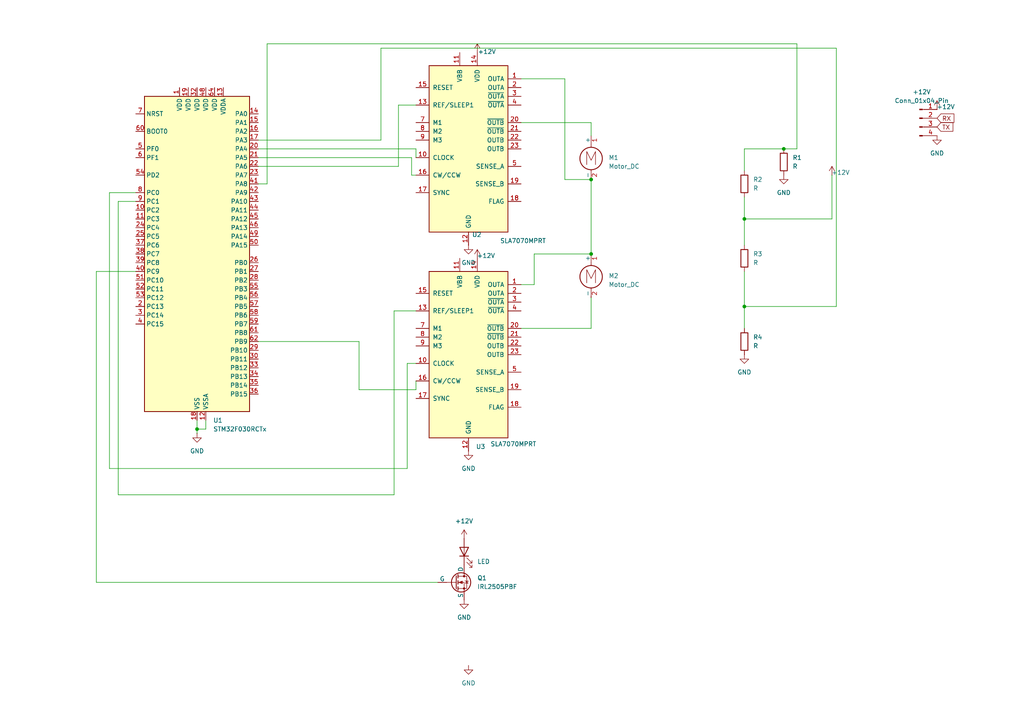
<source format=kicad_sch>
(kicad_sch
	(version 20250114)
	(generator "eeschema")
	(generator_version "9.0")
	(uuid "43583bed-eccb-4d2c-8df6-db17525cdd0e")
	(paper "A4")
	(lib_symbols
		(symbol "Connector:Conn_01x04_Pin"
			(pin_names
				(offset 1.016)
				(hide yes)
			)
			(exclude_from_sim no)
			(in_bom yes)
			(on_board yes)
			(property "Reference" "J"
				(at 0 5.08 0)
				(effects
					(font
						(size 1.27 1.27)
					)
				)
			)
			(property "Value" "Conn_01x04_Pin"
				(at 0 -7.62 0)
				(effects
					(font
						(size 1.27 1.27)
					)
				)
			)
			(property "Footprint" ""
				(at 0 0 0)
				(effects
					(font
						(size 1.27 1.27)
					)
					(hide yes)
				)
			)
			(property "Datasheet" "~"
				(at 0 0 0)
				(effects
					(font
						(size 1.27 1.27)
					)
					(hide yes)
				)
			)
			(property "Description" "Generic connector, single row, 01x04, script generated"
				(at 0 0 0)
				(effects
					(font
						(size 1.27 1.27)
					)
					(hide yes)
				)
			)
			(property "ki_locked" ""
				(at 0 0 0)
				(effects
					(font
						(size 1.27 1.27)
					)
				)
			)
			(property "ki_keywords" "connector"
				(at 0 0 0)
				(effects
					(font
						(size 1.27 1.27)
					)
					(hide yes)
				)
			)
			(property "ki_fp_filters" "Connector*:*_1x??_*"
				(at 0 0 0)
				(effects
					(font
						(size 1.27 1.27)
					)
					(hide yes)
				)
			)
			(symbol "Conn_01x04_Pin_1_1"
				(rectangle
					(start 0.8636 2.667)
					(end 0 2.413)
					(stroke
						(width 0.1524)
						(type default)
					)
					(fill
						(type outline)
					)
				)
				(rectangle
					(start 0.8636 0.127)
					(end 0 -0.127)
					(stroke
						(width 0.1524)
						(type default)
					)
					(fill
						(type outline)
					)
				)
				(rectangle
					(start 0.8636 -2.413)
					(end 0 -2.667)
					(stroke
						(width 0.1524)
						(type default)
					)
					(fill
						(type outline)
					)
				)
				(rectangle
					(start 0.8636 -4.953)
					(end 0 -5.207)
					(stroke
						(width 0.1524)
						(type default)
					)
					(fill
						(type outline)
					)
				)
				(polyline
					(pts
						(xy 1.27 2.54) (xy 0.8636 2.54)
					)
					(stroke
						(width 0.1524)
						(type default)
					)
					(fill
						(type none)
					)
				)
				(polyline
					(pts
						(xy 1.27 0) (xy 0.8636 0)
					)
					(stroke
						(width 0.1524)
						(type default)
					)
					(fill
						(type none)
					)
				)
				(polyline
					(pts
						(xy 1.27 -2.54) (xy 0.8636 -2.54)
					)
					(stroke
						(width 0.1524)
						(type default)
					)
					(fill
						(type none)
					)
				)
				(polyline
					(pts
						(xy 1.27 -5.08) (xy 0.8636 -5.08)
					)
					(stroke
						(width 0.1524)
						(type default)
					)
					(fill
						(type none)
					)
				)
				(pin passive line
					(at 5.08 2.54 180)
					(length 3.81)
					(name "Pin_1"
						(effects
							(font
								(size 1.27 1.27)
							)
						)
					)
					(number "1"
						(effects
							(font
								(size 1.27 1.27)
							)
						)
					)
				)
				(pin passive line
					(at 5.08 0 180)
					(length 3.81)
					(name "Pin_2"
						(effects
							(font
								(size 1.27 1.27)
							)
						)
					)
					(number "2"
						(effects
							(font
								(size 1.27 1.27)
							)
						)
					)
				)
				(pin passive line
					(at 5.08 -2.54 180)
					(length 3.81)
					(name "Pin_3"
						(effects
							(font
								(size 1.27 1.27)
							)
						)
					)
					(number "3"
						(effects
							(font
								(size 1.27 1.27)
							)
						)
					)
				)
				(pin passive line
					(at 5.08 -5.08 180)
					(length 3.81)
					(name "Pin_4"
						(effects
							(font
								(size 1.27 1.27)
							)
						)
					)
					(number "4"
						(effects
							(font
								(size 1.27 1.27)
							)
						)
					)
				)
			)
			(embedded_fonts no)
		)
		(symbol "Device:LED"
			(pin_numbers
				(hide yes)
			)
			(pin_names
				(offset 1.016)
				(hide yes)
			)
			(exclude_from_sim no)
			(in_bom yes)
			(on_board yes)
			(property "Reference" "D"
				(at 0 2.54 0)
				(effects
					(font
						(size 1.27 1.27)
					)
				)
			)
			(property "Value" "LED"
				(at 0 -2.54 0)
				(effects
					(font
						(size 1.27 1.27)
					)
				)
			)
			(property "Footprint" ""
				(at 0 0 0)
				(effects
					(font
						(size 1.27 1.27)
					)
					(hide yes)
				)
			)
			(property "Datasheet" "~"
				(at 0 0 0)
				(effects
					(font
						(size 1.27 1.27)
					)
					(hide yes)
				)
			)
			(property "Description" "Light emitting diode"
				(at 0 0 0)
				(effects
					(font
						(size 1.27 1.27)
					)
					(hide yes)
				)
			)
			(property "Sim.Pins" "1=K 2=A"
				(at 0 0 0)
				(effects
					(font
						(size 1.27 1.27)
					)
					(hide yes)
				)
			)
			(property "ki_keywords" "LED diode"
				(at 0 0 0)
				(effects
					(font
						(size 1.27 1.27)
					)
					(hide yes)
				)
			)
			(property "ki_fp_filters" "LED* LED_SMD:* LED_THT:*"
				(at 0 0 0)
				(effects
					(font
						(size 1.27 1.27)
					)
					(hide yes)
				)
			)
			(symbol "LED_0_1"
				(polyline
					(pts
						(xy -3.048 -0.762) (xy -4.572 -2.286) (xy -3.81 -2.286) (xy -4.572 -2.286) (xy -4.572 -1.524)
					)
					(stroke
						(width 0)
						(type default)
					)
					(fill
						(type none)
					)
				)
				(polyline
					(pts
						(xy -1.778 -0.762) (xy -3.302 -2.286) (xy -2.54 -2.286) (xy -3.302 -2.286) (xy -3.302 -1.524)
					)
					(stroke
						(width 0)
						(type default)
					)
					(fill
						(type none)
					)
				)
				(polyline
					(pts
						(xy -1.27 0) (xy 1.27 0)
					)
					(stroke
						(width 0)
						(type default)
					)
					(fill
						(type none)
					)
				)
				(polyline
					(pts
						(xy -1.27 -1.27) (xy -1.27 1.27)
					)
					(stroke
						(width 0.254)
						(type default)
					)
					(fill
						(type none)
					)
				)
				(polyline
					(pts
						(xy 1.27 -1.27) (xy 1.27 1.27) (xy -1.27 0) (xy 1.27 -1.27)
					)
					(stroke
						(width 0.254)
						(type default)
					)
					(fill
						(type none)
					)
				)
			)
			(symbol "LED_1_1"
				(pin passive line
					(at -3.81 0 0)
					(length 2.54)
					(name "K"
						(effects
							(font
								(size 1.27 1.27)
							)
						)
					)
					(number "1"
						(effects
							(font
								(size 1.27 1.27)
							)
						)
					)
				)
				(pin passive line
					(at 3.81 0 180)
					(length 2.54)
					(name "A"
						(effects
							(font
								(size 1.27 1.27)
							)
						)
					)
					(number "2"
						(effects
							(font
								(size 1.27 1.27)
							)
						)
					)
				)
			)
			(embedded_fonts no)
		)
		(symbol "Device:R"
			(pin_numbers
				(hide yes)
			)
			(pin_names
				(offset 0)
			)
			(exclude_from_sim no)
			(in_bom yes)
			(on_board yes)
			(property "Reference" "R"
				(at 2.032 0 90)
				(effects
					(font
						(size 1.27 1.27)
					)
				)
			)
			(property "Value" "R"
				(at 0 0 90)
				(effects
					(font
						(size 1.27 1.27)
					)
				)
			)
			(property "Footprint" ""
				(at -1.778 0 90)
				(effects
					(font
						(size 1.27 1.27)
					)
					(hide yes)
				)
			)
			(property "Datasheet" "~"
				(at 0 0 0)
				(effects
					(font
						(size 1.27 1.27)
					)
					(hide yes)
				)
			)
			(property "Description" "Resistor"
				(at 0 0 0)
				(effects
					(font
						(size 1.27 1.27)
					)
					(hide yes)
				)
			)
			(property "ki_keywords" "R res resistor"
				(at 0 0 0)
				(effects
					(font
						(size 1.27 1.27)
					)
					(hide yes)
				)
			)
			(property "ki_fp_filters" "R_*"
				(at 0 0 0)
				(effects
					(font
						(size 1.27 1.27)
					)
					(hide yes)
				)
			)
			(symbol "R_0_1"
				(rectangle
					(start -1.016 -2.54)
					(end 1.016 2.54)
					(stroke
						(width 0.254)
						(type default)
					)
					(fill
						(type none)
					)
				)
			)
			(symbol "R_1_1"
				(pin passive line
					(at 0 3.81 270)
					(length 1.27)
					(name "~"
						(effects
							(font
								(size 1.27 1.27)
							)
						)
					)
					(number "1"
						(effects
							(font
								(size 1.27 1.27)
							)
						)
					)
				)
				(pin passive line
					(at 0 -3.81 90)
					(length 1.27)
					(name "~"
						(effects
							(font
								(size 1.27 1.27)
							)
						)
					)
					(number "2"
						(effects
							(font
								(size 1.27 1.27)
							)
						)
					)
				)
			)
			(embedded_fonts no)
		)
		(symbol "Driver_Motor:SLA7070MPRT"
			(pin_names
				(offset 1.016)
			)
			(exclude_from_sim no)
			(in_bom yes)
			(on_board yes)
			(property "Reference" "U"
				(at -10.16 25.4 0)
				(effects
					(font
						(size 1.27 1.27)
					)
				)
			)
			(property "Value" "SLA7070MPRT"
				(at 7.62 -25.4 0)
				(effects
					(font
						(size 1.27 1.27)
					)
				)
			)
			(property "Footprint" ""
				(at 0 0 0)
				(effects
					(font
						(size 1.27 1.27)
						(italic yes)
					)
					(hide yes)
				)
			)
			(property "Datasheet" "http://www.semicon.sanken-ele.co.jp/sk_content/sla7070mprt_ds_en.pdf"
				(at 0 0 0)
				(effects
					(font
						(size 1.27 1.27)
					)
					(hide yes)
				)
			)
			(property "Description" "Unipolar 2-phase stepper motor driver, Full and Half step, 1A"
				(at 0 0 0)
				(effects
					(font
						(size 1.27 1.27)
					)
					(hide yes)
				)
			)
			(property "ki_keywords" "Stepper driver"
				(at 0 0 0)
				(effects
					(font
						(size 1.27 1.27)
					)
					(hide yes)
				)
			)
			(property "ki_fp_filters" "ZIP23"
				(at 0 0 0)
				(effects
					(font
						(size 1.27 1.27)
					)
					(hide yes)
				)
			)
			(symbol "SLA7070MPRT_0_1"
				(rectangle
					(start -11.43 24.13)
					(end 11.43 -24.13)
					(stroke
						(width 0.254)
						(type default)
					)
					(fill
						(type background)
					)
				)
			)
			(symbol "SLA7070MPRT_1_1"
				(pin input line
					(at -15.24 17.78 0)
					(length 3.81)
					(name "RESET"
						(effects
							(font
								(size 1.27 1.27)
							)
						)
					)
					(number "15"
						(effects
							(font
								(size 1.27 1.27)
							)
						)
					)
				)
				(pin input line
					(at -15.24 12.7 0)
					(length 3.81)
					(name "REF/SLEEP1"
						(effects
							(font
								(size 1.27 1.27)
							)
						)
					)
					(number "13"
						(effects
							(font
								(size 1.27 1.27)
							)
						)
					)
				)
				(pin input line
					(at -15.24 7.62 0)
					(length 3.81)
					(name "M1"
						(effects
							(font
								(size 1.27 1.27)
							)
						)
					)
					(number "7"
						(effects
							(font
								(size 1.27 1.27)
							)
						)
					)
				)
				(pin input line
					(at -15.24 5.08 0)
					(length 3.81)
					(name "M2"
						(effects
							(font
								(size 1.27 1.27)
							)
						)
					)
					(number "8"
						(effects
							(font
								(size 1.27 1.27)
							)
						)
					)
				)
				(pin input line
					(at -15.24 2.54 0)
					(length 3.81)
					(name "M3"
						(effects
							(font
								(size 1.27 1.27)
							)
						)
					)
					(number "9"
						(effects
							(font
								(size 1.27 1.27)
							)
						)
					)
				)
				(pin input line
					(at -15.24 -2.54 0)
					(length 3.81)
					(name "CLOCK"
						(effects
							(font
								(size 1.27 1.27)
							)
						)
					)
					(number "10"
						(effects
							(font
								(size 1.27 1.27)
							)
						)
					)
				)
				(pin input line
					(at -15.24 -7.62 0)
					(length 3.81)
					(name "CW/CCW"
						(effects
							(font
								(size 1.27 1.27)
							)
						)
					)
					(number "16"
						(effects
							(font
								(size 1.27 1.27)
							)
						)
					)
				)
				(pin input line
					(at -15.24 -12.7 0)
					(length 3.81)
					(name "SYNC"
						(effects
							(font
								(size 1.27 1.27)
							)
						)
					)
					(number "17"
						(effects
							(font
								(size 1.27 1.27)
							)
						)
					)
				)
				(pin power_in line
					(at -2.54 27.94 270)
					(length 3.81)
					(name "VBB"
						(effects
							(font
								(size 1.27 1.27)
							)
						)
					)
					(number "11"
						(effects
							(font
								(size 1.27 1.27)
							)
						)
					)
				)
				(pin power_in line
					(at 0 -27.94 90)
					(length 3.81)
					(name "GND"
						(effects
							(font
								(size 1.27 1.27)
							)
						)
					)
					(number "12"
						(effects
							(font
								(size 1.27 1.27)
							)
						)
					)
				)
				(pin power_in line
					(at 2.54 27.94 270)
					(length 3.81)
					(name "VDD"
						(effects
							(font
								(size 1.27 1.27)
							)
						)
					)
					(number "14"
						(effects
							(font
								(size 1.27 1.27)
							)
						)
					)
				)
				(pin no_connect line
					(at 10.16 -20.32 180)
					(length 3.81)
					(hide yes)
					(name "N.C."
						(effects
							(font
								(size 1.27 1.27)
							)
						)
					)
					(number "6"
						(effects
							(font
								(size 1.27 1.27)
							)
						)
					)
				)
				(pin output line
					(at 15.24 20.32 180)
					(length 3.81)
					(name "OUTA"
						(effects
							(font
								(size 1.27 1.27)
							)
						)
					)
					(number "1"
						(effects
							(font
								(size 1.27 1.27)
							)
						)
					)
				)
				(pin output line
					(at 15.24 17.78 180)
					(length 3.81)
					(name "OUTA"
						(effects
							(font
								(size 1.27 1.27)
							)
						)
					)
					(number "2"
						(effects
							(font
								(size 1.27 1.27)
							)
						)
					)
				)
				(pin output line
					(at 15.24 15.24 180)
					(length 3.81)
					(name "~{OUTA}"
						(effects
							(font
								(size 1.27 1.27)
							)
						)
					)
					(number "3"
						(effects
							(font
								(size 1.27 1.27)
							)
						)
					)
				)
				(pin output line
					(at 15.24 12.7 180)
					(length 3.81)
					(name "~{OUTA}"
						(effects
							(font
								(size 1.27 1.27)
							)
						)
					)
					(number "4"
						(effects
							(font
								(size 1.27 1.27)
							)
						)
					)
				)
				(pin output line
					(at 15.24 7.62 180)
					(length 3.81)
					(name "~{OUTB}"
						(effects
							(font
								(size 1.27 1.27)
							)
						)
					)
					(number "20"
						(effects
							(font
								(size 1.27 1.27)
							)
						)
					)
				)
				(pin output line
					(at 15.24 5.08 180)
					(length 3.81)
					(name "~{OUTB}"
						(effects
							(font
								(size 1.27 1.27)
							)
						)
					)
					(number "21"
						(effects
							(font
								(size 1.27 1.27)
							)
						)
					)
				)
				(pin output line
					(at 15.24 2.54 180)
					(length 3.81)
					(name "OUTB"
						(effects
							(font
								(size 1.27 1.27)
							)
						)
					)
					(number "22"
						(effects
							(font
								(size 1.27 1.27)
							)
						)
					)
				)
				(pin output line
					(at 15.24 0 180)
					(length 3.81)
					(name "OUTB"
						(effects
							(font
								(size 1.27 1.27)
							)
						)
					)
					(number "23"
						(effects
							(font
								(size 1.27 1.27)
							)
						)
					)
				)
				(pin output line
					(at 15.24 -5.08 180)
					(length 3.81)
					(name "SENSE_A"
						(effects
							(font
								(size 1.27 1.27)
							)
						)
					)
					(number "5"
						(effects
							(font
								(size 1.27 1.27)
							)
						)
					)
				)
				(pin output line
					(at 15.24 -10.16 180)
					(length 3.81)
					(name "SENSE_B"
						(effects
							(font
								(size 1.27 1.27)
							)
						)
					)
					(number "19"
						(effects
							(font
								(size 1.27 1.27)
							)
						)
					)
				)
				(pin output line
					(at 15.24 -15.24 180)
					(length 3.81)
					(name "FLAG"
						(effects
							(font
								(size 1.27 1.27)
							)
						)
					)
					(number "18"
						(effects
							(font
								(size 1.27 1.27)
							)
						)
					)
				)
			)
			(embedded_fonts no)
		)
		(symbol "MCU_ST_STM32F0:STM32F030RCTx"
			(exclude_from_sim no)
			(in_bom yes)
			(on_board yes)
			(property "Reference" "U"
				(at -15.24 46.99 0)
				(effects
					(font
						(size 1.27 1.27)
					)
					(justify left)
				)
			)
			(property "Value" "STM32F030RCTx"
				(at 10.16 46.99 0)
				(effects
					(font
						(size 1.27 1.27)
					)
					(justify left)
				)
			)
			(property "Footprint" "Package_QFP:LQFP-64_10x10mm_P0.5mm"
				(at -15.24 -45.72 0)
				(effects
					(font
						(size 1.27 1.27)
					)
					(justify right)
					(hide yes)
				)
			)
			(property "Datasheet" "https://www.st.com/resource/en/datasheet/stm32f030rc.pdf"
				(at 0 0 0)
				(effects
					(font
						(size 1.27 1.27)
					)
					(hide yes)
				)
			)
			(property "Description" "STMicroelectronics Arm Cortex-M0 MCU, 256KB flash, 32KB RAM, 48 MHz, 2.4-3.6V, 51 GPIO, LQFP64"
				(at 0 0 0)
				(effects
					(font
						(size 1.27 1.27)
					)
					(hide yes)
				)
			)
			(property "ki_keywords" "Arm Cortex-M0 STM32F0 STM32F0x0 Value Line"
				(at 0 0 0)
				(effects
					(font
						(size 1.27 1.27)
					)
					(hide yes)
				)
			)
			(property "ki_fp_filters" "LQFP*10x10mm*P0.5mm*"
				(at 0 0 0)
				(effects
					(font
						(size 1.27 1.27)
					)
					(hide yes)
				)
			)
			(symbol "STM32F030RCTx_0_1"
				(rectangle
					(start -15.24 -45.72)
					(end 15.24 45.72)
					(stroke
						(width 0.254)
						(type default)
					)
					(fill
						(type background)
					)
				)
			)
			(symbol "STM32F030RCTx_1_1"
				(pin input line
					(at -17.78 40.64 0)
					(length 2.54)
					(name "NRST"
						(effects
							(font
								(size 1.27 1.27)
							)
						)
					)
					(number "7"
						(effects
							(font
								(size 1.27 1.27)
							)
						)
					)
				)
				(pin input line
					(at -17.78 35.56 0)
					(length 2.54)
					(name "BOOT0"
						(effects
							(font
								(size 1.27 1.27)
							)
						)
					)
					(number "60"
						(effects
							(font
								(size 1.27 1.27)
							)
						)
					)
				)
				(pin bidirectional line
					(at -17.78 30.48 0)
					(length 2.54)
					(name "PF0"
						(effects
							(font
								(size 1.27 1.27)
							)
						)
					)
					(number "5"
						(effects
							(font
								(size 1.27 1.27)
							)
						)
					)
					(alternate "I2C1_SDA" bidirectional line)
					(alternate "RCC_OSC_IN" bidirectional line)
				)
				(pin bidirectional line
					(at -17.78 27.94 0)
					(length 2.54)
					(name "PF1"
						(effects
							(font
								(size 1.27 1.27)
							)
						)
					)
					(number "6"
						(effects
							(font
								(size 1.27 1.27)
							)
						)
					)
					(alternate "I2C1_SCL" bidirectional line)
					(alternate "RCC_OSC_OUT" bidirectional line)
				)
				(pin bidirectional line
					(at -17.78 22.86 0)
					(length 2.54)
					(name "PD2"
						(effects
							(font
								(size 1.27 1.27)
							)
						)
					)
					(number "54"
						(effects
							(font
								(size 1.27 1.27)
							)
						)
					)
					(alternate "TIM3_ETR" bidirectional line)
					(alternate "USART3_DE" bidirectional line)
					(alternate "USART3_RTS" bidirectional line)
					(alternate "USART5_RX" bidirectional line)
				)
				(pin bidirectional line
					(at -17.78 17.78 0)
					(length 2.54)
					(name "PC0"
						(effects
							(font
								(size 1.27 1.27)
							)
						)
					)
					(number "8"
						(effects
							(font
								(size 1.27 1.27)
							)
						)
					)
					(alternate "ADC_IN10" bidirectional line)
					(alternate "USART6_TX" bidirectional line)
				)
				(pin bidirectional line
					(at -17.78 15.24 0)
					(length 2.54)
					(name "PC1"
						(effects
							(font
								(size 1.27 1.27)
							)
						)
					)
					(number "9"
						(effects
							(font
								(size 1.27 1.27)
							)
						)
					)
					(alternate "ADC_IN11" bidirectional line)
					(alternate "USART6_RX" bidirectional line)
				)
				(pin bidirectional line
					(at -17.78 12.7 0)
					(length 2.54)
					(name "PC2"
						(effects
							(font
								(size 1.27 1.27)
							)
						)
					)
					(number "10"
						(effects
							(font
								(size 1.27 1.27)
							)
						)
					)
					(alternate "ADC_IN12" bidirectional line)
					(alternate "SPI2_MISO" bidirectional line)
				)
				(pin bidirectional line
					(at -17.78 10.16 0)
					(length 2.54)
					(name "PC3"
						(effects
							(font
								(size 1.27 1.27)
							)
						)
					)
					(number "11"
						(effects
							(font
								(size 1.27 1.27)
							)
						)
					)
					(alternate "ADC_IN13" bidirectional line)
					(alternate "SPI2_MOSI" bidirectional line)
				)
				(pin bidirectional line
					(at -17.78 7.62 0)
					(length 2.54)
					(name "PC4"
						(effects
							(font
								(size 1.27 1.27)
							)
						)
					)
					(number "24"
						(effects
							(font
								(size 1.27 1.27)
							)
						)
					)
					(alternate "ADC_IN14" bidirectional line)
					(alternate "USART3_TX" bidirectional line)
				)
				(pin bidirectional line
					(at -17.78 5.08 0)
					(length 2.54)
					(name "PC5"
						(effects
							(font
								(size 1.27 1.27)
							)
						)
					)
					(number "25"
						(effects
							(font
								(size 1.27 1.27)
							)
						)
					)
					(alternate "ADC_IN15" bidirectional line)
					(alternate "USART3_RX" bidirectional line)
				)
				(pin bidirectional line
					(at -17.78 2.54 0)
					(length 2.54)
					(name "PC6"
						(effects
							(font
								(size 1.27 1.27)
							)
						)
					)
					(number "37"
						(effects
							(font
								(size 1.27 1.27)
							)
						)
					)
					(alternate "TIM3_CH1" bidirectional line)
				)
				(pin bidirectional line
					(at -17.78 0 0)
					(length 2.54)
					(name "PC7"
						(effects
							(font
								(size 1.27 1.27)
							)
						)
					)
					(number "38"
						(effects
							(font
								(size 1.27 1.27)
							)
						)
					)
					(alternate "TIM3_CH2" bidirectional line)
				)
				(pin bidirectional line
					(at -17.78 -2.54 0)
					(length 2.54)
					(name "PC8"
						(effects
							(font
								(size 1.27 1.27)
							)
						)
					)
					(number "39"
						(effects
							(font
								(size 1.27 1.27)
							)
						)
					)
					(alternate "TIM3_CH3" bidirectional line)
				)
				(pin bidirectional line
					(at -17.78 -5.08 0)
					(length 2.54)
					(name "PC9"
						(effects
							(font
								(size 1.27 1.27)
							)
						)
					)
					(number "40"
						(effects
							(font
								(size 1.27 1.27)
							)
						)
					)
					(alternate "TIM3_CH4" bidirectional line)
				)
				(pin bidirectional line
					(at -17.78 -7.62 0)
					(length 2.54)
					(name "PC10"
						(effects
							(font
								(size 1.27 1.27)
							)
						)
					)
					(number "51"
						(effects
							(font
								(size 1.27 1.27)
							)
						)
					)
					(alternate "USART3_TX" bidirectional line)
					(alternate "USART4_TX" bidirectional line)
				)
				(pin bidirectional line
					(at -17.78 -10.16 0)
					(length 2.54)
					(name "PC11"
						(effects
							(font
								(size 1.27 1.27)
							)
						)
					)
					(number "52"
						(effects
							(font
								(size 1.27 1.27)
							)
						)
					)
					(alternate "USART3_RX" bidirectional line)
					(alternate "USART4_RX" bidirectional line)
				)
				(pin bidirectional line
					(at -17.78 -12.7 0)
					(length 2.54)
					(name "PC12"
						(effects
							(font
								(size 1.27 1.27)
							)
						)
					)
					(number "53"
						(effects
							(font
								(size 1.27 1.27)
							)
						)
					)
					(alternate "USART3_CK" bidirectional line)
					(alternate "USART4_CK" bidirectional line)
					(alternate "USART5_TX" bidirectional line)
				)
				(pin bidirectional line
					(at -17.78 -15.24 0)
					(length 2.54)
					(name "PC13"
						(effects
							(font
								(size 1.27 1.27)
							)
						)
					)
					(number "2"
						(effects
							(font
								(size 1.27 1.27)
							)
						)
					)
					(alternate "RTC_OUT_ALARM" bidirectional line)
					(alternate "RTC_OUT_CALIB" bidirectional line)
					(alternate "RTC_TAMP1" bidirectional line)
					(alternate "RTC_TS" bidirectional line)
					(alternate "SYS_WKUP2" bidirectional line)
				)
				(pin bidirectional line
					(at -17.78 -17.78 0)
					(length 2.54)
					(name "PC14"
						(effects
							(font
								(size 1.27 1.27)
							)
						)
					)
					(number "3"
						(effects
							(font
								(size 1.27 1.27)
							)
						)
					)
					(alternate "RCC_OSC32_IN" bidirectional line)
				)
				(pin bidirectional line
					(at -17.78 -20.32 0)
					(length 2.54)
					(name "PC15"
						(effects
							(font
								(size 1.27 1.27)
							)
						)
					)
					(number "4"
						(effects
							(font
								(size 1.27 1.27)
							)
						)
					)
					(alternate "RCC_OSC32_OUT" bidirectional line)
				)
				(pin power_in line
					(at -5.08 48.26 270)
					(length 2.54)
					(name "VDD"
						(effects
							(font
								(size 1.27 1.27)
							)
						)
					)
					(number "1"
						(effects
							(font
								(size 1.27 1.27)
							)
						)
					)
				)
				(pin power_in line
					(at -2.54 48.26 270)
					(length 2.54)
					(name "VDD"
						(effects
							(font
								(size 1.27 1.27)
							)
						)
					)
					(number "19"
						(effects
							(font
								(size 1.27 1.27)
							)
						)
					)
				)
				(pin power_in line
					(at 0 48.26 270)
					(length 2.54)
					(name "VDD"
						(effects
							(font
								(size 1.27 1.27)
							)
						)
					)
					(number "32"
						(effects
							(font
								(size 1.27 1.27)
							)
						)
					)
				)
				(pin power_in line
					(at 0 -48.26 90)
					(length 2.54)
					(name "VSS"
						(effects
							(font
								(size 1.27 1.27)
							)
						)
					)
					(number "18"
						(effects
							(font
								(size 1.27 1.27)
							)
						)
					)
				)
				(pin passive line
					(at 0 -48.26 90)
					(length 2.54)
					(hide yes)
					(name "VSS"
						(effects
							(font
								(size 1.27 1.27)
							)
						)
					)
					(number "31"
						(effects
							(font
								(size 1.27 1.27)
							)
						)
					)
				)
				(pin passive line
					(at 0 -48.26 90)
					(length 2.54)
					(hide yes)
					(name "VSS"
						(effects
							(font
								(size 1.27 1.27)
							)
						)
					)
					(number "47"
						(effects
							(font
								(size 1.27 1.27)
							)
						)
					)
				)
				(pin passive line
					(at 0 -48.26 90)
					(length 2.54)
					(hide yes)
					(name "VSS"
						(effects
							(font
								(size 1.27 1.27)
							)
						)
					)
					(number "63"
						(effects
							(font
								(size 1.27 1.27)
							)
						)
					)
				)
				(pin power_in line
					(at 2.54 48.26 270)
					(length 2.54)
					(name "VDD"
						(effects
							(font
								(size 1.27 1.27)
							)
						)
					)
					(number "48"
						(effects
							(font
								(size 1.27 1.27)
							)
						)
					)
				)
				(pin power_in line
					(at 2.54 -48.26 90)
					(length 2.54)
					(name "VSSA"
						(effects
							(font
								(size 1.27 1.27)
							)
						)
					)
					(number "12"
						(effects
							(font
								(size 1.27 1.27)
							)
						)
					)
				)
				(pin power_in line
					(at 5.08 48.26 270)
					(length 2.54)
					(name "VDD"
						(effects
							(font
								(size 1.27 1.27)
							)
						)
					)
					(number "64"
						(effects
							(font
								(size 1.27 1.27)
							)
						)
					)
				)
				(pin power_in line
					(at 7.62 48.26 270)
					(length 2.54)
					(name "VDDA"
						(effects
							(font
								(size 1.27 1.27)
							)
						)
					)
					(number "13"
						(effects
							(font
								(size 1.27 1.27)
							)
						)
					)
				)
				(pin bidirectional line
					(at 17.78 40.64 180)
					(length 2.54)
					(name "PA0"
						(effects
							(font
								(size 1.27 1.27)
							)
						)
					)
					(number "14"
						(effects
							(font
								(size 1.27 1.27)
							)
						)
					)
					(alternate "ADC_IN0" bidirectional line)
					(alternate "RTC_TAMP2" bidirectional line)
					(alternate "SYS_WKUP1" bidirectional line)
					(alternate "USART2_CTS" bidirectional line)
					(alternate "USART4_TX" bidirectional line)
				)
				(pin bidirectional line
					(at 17.78 38.1 180)
					(length 2.54)
					(name "PA1"
						(effects
							(font
								(size 1.27 1.27)
							)
						)
					)
					(number "15"
						(effects
							(font
								(size 1.27 1.27)
							)
						)
					)
					(alternate "ADC_IN1" bidirectional line)
					(alternate "TIM15_CH1N" bidirectional line)
					(alternate "USART2_DE" bidirectional line)
					(alternate "USART2_RTS" bidirectional line)
					(alternate "USART4_RX" bidirectional line)
				)
				(pin bidirectional line
					(at 17.78 35.56 180)
					(length 2.54)
					(name "PA2"
						(effects
							(font
								(size 1.27 1.27)
							)
						)
					)
					(number "16"
						(effects
							(font
								(size 1.27 1.27)
							)
						)
					)
					(alternate "ADC_IN2" bidirectional line)
					(alternate "TIM15_CH1" bidirectional line)
					(alternate "USART2_TX" bidirectional line)
				)
				(pin bidirectional line
					(at 17.78 33.02 180)
					(length 2.54)
					(name "PA3"
						(effects
							(font
								(size 1.27 1.27)
							)
						)
					)
					(number "17"
						(effects
							(font
								(size 1.27 1.27)
							)
						)
					)
					(alternate "ADC_IN3" bidirectional line)
					(alternate "TIM15_CH2" bidirectional line)
					(alternate "USART2_RX" bidirectional line)
				)
				(pin bidirectional line
					(at 17.78 30.48 180)
					(length 2.54)
					(name "PA4"
						(effects
							(font
								(size 1.27 1.27)
							)
						)
					)
					(number "20"
						(effects
							(font
								(size 1.27 1.27)
							)
						)
					)
					(alternate "ADC_IN4" bidirectional line)
					(alternate "SPI1_NSS" bidirectional line)
					(alternate "TIM14_CH1" bidirectional line)
					(alternate "USART2_CK" bidirectional line)
					(alternate "USART6_TX" bidirectional line)
				)
				(pin bidirectional line
					(at 17.78 27.94 180)
					(length 2.54)
					(name "PA5"
						(effects
							(font
								(size 1.27 1.27)
							)
						)
					)
					(number "21"
						(effects
							(font
								(size 1.27 1.27)
							)
						)
					)
					(alternate "ADC_IN5" bidirectional line)
					(alternate "SPI1_SCK" bidirectional line)
					(alternate "USART6_RX" bidirectional line)
				)
				(pin bidirectional line
					(at 17.78 25.4 180)
					(length 2.54)
					(name "PA6"
						(effects
							(font
								(size 1.27 1.27)
							)
						)
					)
					(number "22"
						(effects
							(font
								(size 1.27 1.27)
							)
						)
					)
					(alternate "ADC_IN6" bidirectional line)
					(alternate "SPI1_MISO" bidirectional line)
					(alternate "TIM16_CH1" bidirectional line)
					(alternate "TIM1_BKIN" bidirectional line)
					(alternate "TIM3_CH1" bidirectional line)
					(alternate "USART3_CTS" bidirectional line)
				)
				(pin bidirectional line
					(at 17.78 22.86 180)
					(length 2.54)
					(name "PA7"
						(effects
							(font
								(size 1.27 1.27)
							)
						)
					)
					(number "23"
						(effects
							(font
								(size 1.27 1.27)
							)
						)
					)
					(alternate "ADC_IN7" bidirectional line)
					(alternate "SPI1_MOSI" bidirectional line)
					(alternate "TIM14_CH1" bidirectional line)
					(alternate "TIM17_CH1" bidirectional line)
					(alternate "TIM1_CH1N" bidirectional line)
					(alternate "TIM3_CH2" bidirectional line)
				)
				(pin bidirectional line
					(at 17.78 20.32 180)
					(length 2.54)
					(name "PA8"
						(effects
							(font
								(size 1.27 1.27)
							)
						)
					)
					(number "41"
						(effects
							(font
								(size 1.27 1.27)
							)
						)
					)
					(alternate "RCC_MCO" bidirectional line)
					(alternate "TIM1_CH1" bidirectional line)
					(alternate "USART1_CK" bidirectional line)
				)
				(pin bidirectional line
					(at 17.78 17.78 180)
					(length 2.54)
					(name "PA9"
						(effects
							(font
								(size 1.27 1.27)
							)
						)
					)
					(number "42"
						(effects
							(font
								(size 1.27 1.27)
							)
						)
					)
					(alternate "I2C1_SCL" bidirectional line)
					(alternate "RCC_MCO" bidirectional line)
					(alternate "TIM15_BKIN" bidirectional line)
					(alternate "TIM1_CH2" bidirectional line)
					(alternate "USART1_TX" bidirectional line)
				)
				(pin bidirectional line
					(at 17.78 15.24 180)
					(length 2.54)
					(name "PA10"
						(effects
							(font
								(size 1.27 1.27)
							)
						)
					)
					(number "43"
						(effects
							(font
								(size 1.27 1.27)
							)
						)
					)
					(alternate "I2C1_SDA" bidirectional line)
					(alternate "TIM17_BKIN" bidirectional line)
					(alternate "TIM1_CH3" bidirectional line)
					(alternate "USART1_RX" bidirectional line)
				)
				(pin bidirectional line
					(at 17.78 12.7 180)
					(length 2.54)
					(name "PA11"
						(effects
							(font
								(size 1.27 1.27)
							)
						)
					)
					(number "44"
						(effects
							(font
								(size 1.27 1.27)
							)
						)
					)
					(alternate "I2C2_SCL" bidirectional line)
					(alternate "TIM1_CH4" bidirectional line)
					(alternate "USART1_CTS" bidirectional line)
				)
				(pin bidirectional line
					(at 17.78 10.16 180)
					(length 2.54)
					(name "PA12"
						(effects
							(font
								(size 1.27 1.27)
							)
						)
					)
					(number "45"
						(effects
							(font
								(size 1.27 1.27)
							)
						)
					)
					(alternate "I2C2_SDA" bidirectional line)
					(alternate "TIM1_ETR" bidirectional line)
					(alternate "USART1_DE" bidirectional line)
					(alternate "USART1_RTS" bidirectional line)
				)
				(pin bidirectional line
					(at 17.78 7.62 180)
					(length 2.54)
					(name "PA13"
						(effects
							(font
								(size 1.27 1.27)
							)
						)
					)
					(number "46"
						(effects
							(font
								(size 1.27 1.27)
							)
						)
					)
					(alternate "IR_OUT" bidirectional line)
					(alternate "SYS_SWDIO" bidirectional line)
				)
				(pin bidirectional line
					(at 17.78 5.08 180)
					(length 2.54)
					(name "PA14"
						(effects
							(font
								(size 1.27 1.27)
							)
						)
					)
					(number "49"
						(effects
							(font
								(size 1.27 1.27)
							)
						)
					)
					(alternate "SYS_SWCLK" bidirectional line)
					(alternate "USART2_TX" bidirectional line)
				)
				(pin bidirectional line
					(at 17.78 2.54 180)
					(length 2.54)
					(name "PA15"
						(effects
							(font
								(size 1.27 1.27)
							)
						)
					)
					(number "50"
						(effects
							(font
								(size 1.27 1.27)
							)
						)
					)
					(alternate "SPI1_NSS" bidirectional line)
					(alternate "USART2_RX" bidirectional line)
					(alternate "USART4_DE" bidirectional line)
					(alternate "USART4_RTS" bidirectional line)
				)
				(pin bidirectional line
					(at 17.78 -2.54 180)
					(length 2.54)
					(name "PB0"
						(effects
							(font
								(size 1.27 1.27)
							)
						)
					)
					(number "26"
						(effects
							(font
								(size 1.27 1.27)
							)
						)
					)
					(alternate "ADC_IN8" bidirectional line)
					(alternate "TIM1_CH2N" bidirectional line)
					(alternate "TIM3_CH3" bidirectional line)
					(alternate "USART3_CK" bidirectional line)
				)
				(pin bidirectional line
					(at 17.78 -5.08 180)
					(length 2.54)
					(name "PB1"
						(effects
							(font
								(size 1.27 1.27)
							)
						)
					)
					(number "27"
						(effects
							(font
								(size 1.27 1.27)
							)
						)
					)
					(alternate "ADC_IN9" bidirectional line)
					(alternate "TIM14_CH1" bidirectional line)
					(alternate "TIM1_CH3N" bidirectional line)
					(alternate "TIM3_CH4" bidirectional line)
					(alternate "USART3_DE" bidirectional line)
					(alternate "USART3_RTS" bidirectional line)
				)
				(pin bidirectional line
					(at 17.78 -7.62 180)
					(length 2.54)
					(name "PB2"
						(effects
							(font
								(size 1.27 1.27)
							)
						)
					)
					(number "28"
						(effects
							(font
								(size 1.27 1.27)
							)
						)
					)
				)
				(pin bidirectional line
					(at 17.78 -10.16 180)
					(length 2.54)
					(name "PB3"
						(effects
							(font
								(size 1.27 1.27)
							)
						)
					)
					(number "55"
						(effects
							(font
								(size 1.27 1.27)
							)
						)
					)
					(alternate "SPI1_SCK" bidirectional line)
					(alternate "USART5_TX" bidirectional line)
				)
				(pin bidirectional line
					(at 17.78 -12.7 180)
					(length 2.54)
					(name "PB4"
						(effects
							(font
								(size 1.27 1.27)
							)
						)
					)
					(number "56"
						(effects
							(font
								(size 1.27 1.27)
							)
						)
					)
					(alternate "SPI1_MISO" bidirectional line)
					(alternate "TIM17_BKIN" bidirectional line)
					(alternate "TIM3_CH1" bidirectional line)
					(alternate "USART5_RX" bidirectional line)
				)
				(pin bidirectional line
					(at 17.78 -15.24 180)
					(length 2.54)
					(name "PB5"
						(effects
							(font
								(size 1.27 1.27)
							)
						)
					)
					(number "57"
						(effects
							(font
								(size 1.27 1.27)
							)
						)
					)
					(alternate "I2C1_SMBA" bidirectional line)
					(alternate "SPI1_MOSI" bidirectional line)
					(alternate "TIM16_BKIN" bidirectional line)
					(alternate "TIM3_CH2" bidirectional line)
					(alternate "USART5_CK" bidirectional line)
					(alternate "USART5_DE" bidirectional line)
					(alternate "USART5_RTS" bidirectional line)
				)
				(pin bidirectional line
					(at 17.78 -17.78 180)
					(length 2.54)
					(name "PB6"
						(effects
							(font
								(size 1.27 1.27)
							)
						)
					)
					(number "58"
						(effects
							(font
								(size 1.27 1.27)
							)
						)
					)
					(alternate "I2C1_SCL" bidirectional line)
					(alternate "TIM16_CH1N" bidirectional line)
					(alternate "USART1_TX" bidirectional line)
				)
				(pin bidirectional line
					(at 17.78 -20.32 180)
					(length 2.54)
					(name "PB7"
						(effects
							(font
								(size 1.27 1.27)
							)
						)
					)
					(number "59"
						(effects
							(font
								(size 1.27 1.27)
							)
						)
					)
					(alternate "I2C1_SDA" bidirectional line)
					(alternate "TIM17_CH1N" bidirectional line)
					(alternate "USART1_RX" bidirectional line)
					(alternate "USART4_CTS" bidirectional line)
				)
				(pin bidirectional line
					(at 17.78 -22.86 180)
					(length 2.54)
					(name "PB8"
						(effects
							(font
								(size 1.27 1.27)
							)
						)
					)
					(number "61"
						(effects
							(font
								(size 1.27 1.27)
							)
						)
					)
					(alternate "I2C1_SCL" bidirectional line)
					(alternate "TIM16_CH1" bidirectional line)
				)
				(pin bidirectional line
					(at 17.78 -25.4 180)
					(length 2.54)
					(name "PB9"
						(effects
							(font
								(size 1.27 1.27)
							)
						)
					)
					(number "62"
						(effects
							(font
								(size 1.27 1.27)
							)
						)
					)
					(alternate "I2C1_SDA" bidirectional line)
					(alternate "IR_OUT" bidirectional line)
					(alternate "SPI2_NSS" bidirectional line)
					(alternate "TIM17_CH1" bidirectional line)
				)
				(pin bidirectional line
					(at 17.78 -27.94 180)
					(length 2.54)
					(name "PB10"
						(effects
							(font
								(size 1.27 1.27)
							)
						)
					)
					(number "29"
						(effects
							(font
								(size 1.27 1.27)
							)
						)
					)
					(alternate "I2C2_SCL" bidirectional line)
					(alternate "SPI2_SCK" bidirectional line)
					(alternate "USART3_TX" bidirectional line)
				)
				(pin bidirectional line
					(at 17.78 -30.48 180)
					(length 2.54)
					(name "PB11"
						(effects
							(font
								(size 1.27 1.27)
							)
						)
					)
					(number "30"
						(effects
							(font
								(size 1.27 1.27)
							)
						)
					)
					(alternate "I2C2_SDA" bidirectional line)
					(alternate "USART3_RX" bidirectional line)
				)
				(pin bidirectional line
					(at 17.78 -33.02 180)
					(length 2.54)
					(name "PB12"
						(effects
							(font
								(size 1.27 1.27)
							)
						)
					)
					(number "33"
						(effects
							(font
								(size 1.27 1.27)
							)
						)
					)
					(alternate "SPI2_NSS" bidirectional line)
					(alternate "TIM15_BKIN" bidirectional line)
					(alternate "TIM1_BKIN" bidirectional line)
					(alternate "USART3_CK" bidirectional line)
				)
				(pin bidirectional line
					(at 17.78 -35.56 180)
					(length 2.54)
					(name "PB13"
						(effects
							(font
								(size 1.27 1.27)
							)
						)
					)
					(number "34"
						(effects
							(font
								(size 1.27 1.27)
							)
						)
					)
					(alternate "I2C2_SCL" bidirectional line)
					(alternate "SPI2_SCK" bidirectional line)
					(alternate "TIM1_CH1N" bidirectional line)
					(alternate "USART3_CTS" bidirectional line)
				)
				(pin bidirectional line
					(at 17.78 -38.1 180)
					(length 2.54)
					(name "PB14"
						(effects
							(font
								(size 1.27 1.27)
							)
						)
					)
					(number "35"
						(effects
							(font
								(size 1.27 1.27)
							)
						)
					)
					(alternate "I2C2_SDA" bidirectional line)
					(alternate "SPI2_MISO" bidirectional line)
					(alternate "TIM15_CH1" bidirectional line)
					(alternate "TIM1_CH2N" bidirectional line)
					(alternate "USART3_DE" bidirectional line)
					(alternate "USART3_RTS" bidirectional line)
				)
				(pin bidirectional line
					(at 17.78 -40.64 180)
					(length 2.54)
					(name "PB15"
						(effects
							(font
								(size 1.27 1.27)
							)
						)
					)
					(number "36"
						(effects
							(font
								(size 1.27 1.27)
							)
						)
					)
					(alternate "RTC_REFIN" bidirectional line)
					(alternate "SPI2_MOSI" bidirectional line)
					(alternate "TIM15_CH1N" bidirectional line)
					(alternate "TIM15_CH2" bidirectional line)
					(alternate "TIM1_CH3N" bidirectional line)
				)
			)
			(embedded_fonts no)
		)
		(symbol "Motor:Motor_DC"
			(pin_names
				(offset 0)
			)
			(exclude_from_sim no)
			(in_bom yes)
			(on_board yes)
			(property "Reference" "M"
				(at 2.54 2.54 0)
				(effects
					(font
						(size 1.27 1.27)
					)
					(justify left)
				)
			)
			(property "Value" "Motor_DC"
				(at 2.54 -5.08 0)
				(effects
					(font
						(size 1.27 1.27)
					)
					(justify left top)
				)
			)
			(property "Footprint" ""
				(at 0 -2.286 0)
				(effects
					(font
						(size 1.27 1.27)
					)
					(hide yes)
				)
			)
			(property "Datasheet" "~"
				(at 0 -2.286 0)
				(effects
					(font
						(size 1.27 1.27)
					)
					(hide yes)
				)
			)
			(property "Description" "DC Motor"
				(at 0 0 0)
				(effects
					(font
						(size 1.27 1.27)
					)
					(hide yes)
				)
			)
			(property "ki_keywords" "DC Motor"
				(at 0 0 0)
				(effects
					(font
						(size 1.27 1.27)
					)
					(hide yes)
				)
			)
			(property "ki_fp_filters" "PinHeader*P2.54mm* TerminalBlock*"
				(at 0 0 0)
				(effects
					(font
						(size 1.27 1.27)
					)
					(hide yes)
				)
			)
			(symbol "Motor_DC_0_0"
				(polyline
					(pts
						(xy -1.27 -3.302) (xy -1.27 0.508) (xy 0 -2.032) (xy 1.27 0.508) (xy 1.27 -3.302)
					)
					(stroke
						(width 0)
						(type default)
					)
					(fill
						(type none)
					)
				)
			)
			(symbol "Motor_DC_0_1"
				(polyline
					(pts
						(xy 0 2.032) (xy 0 2.54)
					)
					(stroke
						(width 0)
						(type default)
					)
					(fill
						(type none)
					)
				)
				(polyline
					(pts
						(xy 0 1.7272) (xy 0 2.0828)
					)
					(stroke
						(width 0)
						(type default)
					)
					(fill
						(type none)
					)
				)
				(circle
					(center 0 -1.524)
					(radius 3.2512)
					(stroke
						(width 0.254)
						(type default)
					)
					(fill
						(type none)
					)
				)
				(polyline
					(pts
						(xy 0 -4.7752) (xy 0 -5.1816)
					)
					(stroke
						(width 0)
						(type default)
					)
					(fill
						(type none)
					)
				)
				(polyline
					(pts
						(xy 0 -7.62) (xy 0 -7.112)
					)
					(stroke
						(width 0)
						(type default)
					)
					(fill
						(type none)
					)
				)
			)
			(symbol "Motor_DC_1_1"
				(pin passive line
					(at 0 5.08 270)
					(length 2.54)
					(name "+"
						(effects
							(font
								(size 1.27 1.27)
							)
						)
					)
					(number "1"
						(effects
							(font
								(size 1.27 1.27)
							)
						)
					)
				)
				(pin passive line
					(at 0 -7.62 90)
					(length 2.54)
					(name "-"
						(effects
							(font
								(size 1.27 1.27)
							)
						)
					)
					(number "2"
						(effects
							(font
								(size 1.27 1.27)
							)
						)
					)
				)
			)
			(embedded_fonts no)
		)
		(symbol "Simulation_SPICE:NMOS"
			(pin_numbers
				(hide yes)
			)
			(pin_names
				(offset 0)
			)
			(exclude_from_sim no)
			(in_bom yes)
			(on_board yes)
			(property "Reference" "Q"
				(at 5.08 1.27 0)
				(effects
					(font
						(size 1.27 1.27)
					)
					(justify left)
				)
			)
			(property "Value" "NMOS"
				(at 5.08 -1.27 0)
				(effects
					(font
						(size 1.27 1.27)
					)
					(justify left)
				)
			)
			(property "Footprint" ""
				(at 5.08 2.54 0)
				(effects
					(font
						(size 1.27 1.27)
					)
					(hide yes)
				)
			)
			(property "Datasheet" "https://ngspice.sourceforge.io/docs/ngspice-html-manual/manual.xhtml#cha_MOSFETs"
				(at 0 -12.7 0)
				(effects
					(font
						(size 1.27 1.27)
					)
					(hide yes)
				)
			)
			(property "Description" "N-MOSFET transistor, drain/source/gate"
				(at 0 0 0)
				(effects
					(font
						(size 1.27 1.27)
					)
					(hide yes)
				)
			)
			(property "Sim.Device" "NMOS"
				(at 0 -17.145 0)
				(effects
					(font
						(size 1.27 1.27)
					)
					(hide yes)
				)
			)
			(property "Sim.Type" "VDMOS"
				(at 0 -19.05 0)
				(effects
					(font
						(size 1.27 1.27)
					)
					(hide yes)
				)
			)
			(property "Sim.Pins" "1=D 2=G 3=S"
				(at 0 -15.24 0)
				(effects
					(font
						(size 1.27 1.27)
					)
					(hide yes)
				)
			)
			(property "ki_keywords" "transistor NMOS N-MOS N-MOSFET simulation"
				(at 0 0 0)
				(effects
					(font
						(size 1.27 1.27)
					)
					(hide yes)
				)
			)
			(symbol "NMOS_0_1"
				(polyline
					(pts
						(xy 0.254 1.905) (xy 0.254 -1.905)
					)
					(stroke
						(width 0.254)
						(type default)
					)
					(fill
						(type none)
					)
				)
				(polyline
					(pts
						(xy 0.254 0) (xy -2.54 0)
					)
					(stroke
						(width 0)
						(type default)
					)
					(fill
						(type none)
					)
				)
				(polyline
					(pts
						(xy 0.762 2.286) (xy 0.762 1.27)
					)
					(stroke
						(width 0.254)
						(type default)
					)
					(fill
						(type none)
					)
				)
				(polyline
					(pts
						(xy 0.762 0.508) (xy 0.762 -0.508)
					)
					(stroke
						(width 0.254)
						(type default)
					)
					(fill
						(type none)
					)
				)
				(polyline
					(pts
						(xy 0.762 -1.27) (xy 0.762 -2.286)
					)
					(stroke
						(width 0.254)
						(type default)
					)
					(fill
						(type none)
					)
				)
				(polyline
					(pts
						(xy 0.762 -1.778) (xy 3.302 -1.778) (xy 3.302 1.778) (xy 0.762 1.778)
					)
					(stroke
						(width 0)
						(type default)
					)
					(fill
						(type none)
					)
				)
				(polyline
					(pts
						(xy 1.016 0) (xy 2.032 0.381) (xy 2.032 -0.381) (xy 1.016 0)
					)
					(stroke
						(width 0)
						(type default)
					)
					(fill
						(type outline)
					)
				)
				(circle
					(center 1.651 0)
					(radius 2.794)
					(stroke
						(width 0.254)
						(type default)
					)
					(fill
						(type none)
					)
				)
				(polyline
					(pts
						(xy 2.54 2.54) (xy 2.54 1.778)
					)
					(stroke
						(width 0)
						(type default)
					)
					(fill
						(type none)
					)
				)
				(circle
					(center 2.54 1.778)
					(radius 0.254)
					(stroke
						(width 0)
						(type default)
					)
					(fill
						(type outline)
					)
				)
				(circle
					(center 2.54 -1.778)
					(radius 0.254)
					(stroke
						(width 0)
						(type default)
					)
					(fill
						(type outline)
					)
				)
				(polyline
					(pts
						(xy 2.54 -2.54) (xy 2.54 0) (xy 0.762 0)
					)
					(stroke
						(width 0)
						(type default)
					)
					(fill
						(type none)
					)
				)
				(polyline
					(pts
						(xy 2.794 0.508) (xy 2.921 0.381) (xy 3.683 0.381) (xy 3.81 0.254)
					)
					(stroke
						(width 0)
						(type default)
					)
					(fill
						(type none)
					)
				)
				(polyline
					(pts
						(xy 3.302 0.381) (xy 2.921 -0.254) (xy 3.683 -0.254) (xy 3.302 0.381)
					)
					(stroke
						(width 0)
						(type default)
					)
					(fill
						(type none)
					)
				)
			)
			(symbol "NMOS_1_1"
				(pin input line
					(at -5.08 0 0)
					(length 2.54)
					(name "G"
						(effects
							(font
								(size 1.27 1.27)
							)
						)
					)
					(number "2"
						(effects
							(font
								(size 1.27 1.27)
							)
						)
					)
				)
				(pin passive line
					(at 2.54 5.08 270)
					(length 2.54)
					(name "D"
						(effects
							(font
								(size 1.27 1.27)
							)
						)
					)
					(number "1"
						(effects
							(font
								(size 1.27 1.27)
							)
						)
					)
				)
				(pin passive line
					(at 2.54 -5.08 90)
					(length 2.54)
					(name "S"
						(effects
							(font
								(size 1.27 1.27)
							)
						)
					)
					(number "3"
						(effects
							(font
								(size 1.27 1.27)
							)
						)
					)
				)
			)
			(embedded_fonts no)
		)
		(symbol "power:+12V"
			(power)
			(pin_numbers
				(hide yes)
			)
			(pin_names
				(offset 0)
				(hide yes)
			)
			(exclude_from_sim no)
			(in_bom yes)
			(on_board yes)
			(property "Reference" "#PWR"
				(at 0 -3.81 0)
				(effects
					(font
						(size 1.27 1.27)
					)
					(hide yes)
				)
			)
			(property "Value" "+12V"
				(at 0 3.556 0)
				(effects
					(font
						(size 1.27 1.27)
					)
				)
			)
			(property "Footprint" ""
				(at 0 0 0)
				(effects
					(font
						(size 1.27 1.27)
					)
					(hide yes)
				)
			)
			(property "Datasheet" ""
				(at 0 0 0)
				(effects
					(font
						(size 1.27 1.27)
					)
					(hide yes)
				)
			)
			(property "Description" "Power symbol creates a global label with name \"+12V\""
				(at 0 0 0)
				(effects
					(font
						(size 1.27 1.27)
					)
					(hide yes)
				)
			)
			(property "ki_keywords" "global power"
				(at 0 0 0)
				(effects
					(font
						(size 1.27 1.27)
					)
					(hide yes)
				)
			)
			(symbol "+12V_0_1"
				(polyline
					(pts
						(xy -0.762 1.27) (xy 0 2.54)
					)
					(stroke
						(width 0)
						(type default)
					)
					(fill
						(type none)
					)
				)
				(polyline
					(pts
						(xy 0 2.54) (xy 0.762 1.27)
					)
					(stroke
						(width 0)
						(type default)
					)
					(fill
						(type none)
					)
				)
				(polyline
					(pts
						(xy 0 0) (xy 0 2.54)
					)
					(stroke
						(width 0)
						(type default)
					)
					(fill
						(type none)
					)
				)
			)
			(symbol "+12V_1_1"
				(pin power_in line
					(at 0 0 90)
					(length 0)
					(name "~"
						(effects
							(font
								(size 1.27 1.27)
							)
						)
					)
					(number "1"
						(effects
							(font
								(size 1.27 1.27)
							)
						)
					)
				)
			)
			(embedded_fonts no)
		)
		(symbol "power:GND"
			(power)
			(pin_numbers
				(hide yes)
			)
			(pin_names
				(offset 0)
				(hide yes)
			)
			(exclude_from_sim no)
			(in_bom yes)
			(on_board yes)
			(property "Reference" "#PWR"
				(at 0 -6.35 0)
				(effects
					(font
						(size 1.27 1.27)
					)
					(hide yes)
				)
			)
			(property "Value" "GND"
				(at 0 -3.81 0)
				(effects
					(font
						(size 1.27 1.27)
					)
				)
			)
			(property "Footprint" ""
				(at 0 0 0)
				(effects
					(font
						(size 1.27 1.27)
					)
					(hide yes)
				)
			)
			(property "Datasheet" ""
				(at 0 0 0)
				(effects
					(font
						(size 1.27 1.27)
					)
					(hide yes)
				)
			)
			(property "Description" "Power symbol creates a global label with name \"GND\" , ground"
				(at 0 0 0)
				(effects
					(font
						(size 1.27 1.27)
					)
					(hide yes)
				)
			)
			(property "ki_keywords" "global power"
				(at 0 0 0)
				(effects
					(font
						(size 1.27 1.27)
					)
					(hide yes)
				)
			)
			(symbol "GND_0_1"
				(polyline
					(pts
						(xy 0 0) (xy 0 -1.27) (xy 1.27 -1.27) (xy 0 -2.54) (xy -1.27 -1.27) (xy 0 -1.27)
					)
					(stroke
						(width 0)
						(type default)
					)
					(fill
						(type none)
					)
				)
			)
			(symbol "GND_1_1"
				(pin power_in line
					(at 0 0 270)
					(length 0)
					(name "~"
						(effects
							(font
								(size 1.27 1.27)
							)
						)
					)
					(number "1"
						(effects
							(font
								(size 1.27 1.27)
							)
						)
					)
				)
			)
			(embedded_fonts no)
		)
	)
	(junction
		(at 227.33 43.18)
		(diameter 0)
		(color 0 0 0 0)
		(uuid "1b562a15-69c9-4fa8-a14f-053f54f3f25f")
	)
	(junction
		(at 215.9 63.5)
		(diameter 0)
		(color 0 0 0 0)
		(uuid "ca8501a1-f34c-4b42-a2ec-4087eaa51528")
	)
	(junction
		(at 171.45 73.66)
		(diameter 0)
		(color 0 0 0 0)
		(uuid "d43a27e8-0b2f-40a9-af34-6de18786448c")
	)
	(junction
		(at 171.45 52.07)
		(diameter 0)
		(color 0 0 0 0)
		(uuid "e3cef788-fe9b-4bd7-bf34-0e7552fba6ec")
	)
	(junction
		(at 215.9 88.9)
		(diameter 0)
		(color 0 0 0 0)
		(uuid "f11dfcb0-72fa-49d1-b416-025e98ed924a")
	)
	(junction
		(at 57.15 124.46)
		(diameter 0)
		(color 0 0 0 0)
		(uuid "f806c992-3e5e-4343-a29b-d1a6b8d1d9e1")
	)
	(wire
		(pts
			(xy 171.45 95.25) (xy 151.13 95.25)
		)
		(stroke
			(width 0)
			(type default)
		)
		(uuid "04c05582-a0ee-44de-be0c-ea1a223e2148")
	)
	(wire
		(pts
			(xy 215.9 88.9) (xy 215.9 95.25)
		)
		(stroke
			(width 0)
			(type default)
		)
		(uuid "05bc6520-d245-46a4-9c73-307cc14987cc")
	)
	(wire
		(pts
			(xy 171.45 86.36) (xy 171.45 95.25)
		)
		(stroke
			(width 0)
			(type default)
		)
		(uuid "05fdb7c2-32be-4609-a57b-2fa0af37fc77")
	)
	(wire
		(pts
			(xy 215.9 63.5) (xy 215.9 71.12)
		)
		(stroke
			(width 0)
			(type default)
		)
		(uuid "075433ca-3ff4-4ab0-ab44-818994fc162e")
	)
	(wire
		(pts
			(xy 39.37 55.88) (xy 31.75 55.88)
		)
		(stroke
			(width 0)
			(type default)
		)
		(uuid "08557ad6-a4ed-4281-ba0f-b160a50209ff")
	)
	(wire
		(pts
			(xy 39.37 58.42) (xy 34.29 58.42)
		)
		(stroke
			(width 0)
			(type default)
		)
		(uuid "09a1dcdf-1743-4604-b802-200cbc2c1a2c")
	)
	(wire
		(pts
			(xy 215.9 49.53) (xy 215.9 43.18)
		)
		(stroke
			(width 0)
			(type default)
		)
		(uuid "0d5bd7a5-158a-433d-b817-336379460fc1")
	)
	(wire
		(pts
			(xy 27.94 168.91) (xy 127 168.91)
		)
		(stroke
			(width 0)
			(type default)
		)
		(uuid "0eb7e7e8-cfef-4e54-8c37-4b612f813418")
	)
	(wire
		(pts
			(xy 119.38 45.72) (xy 119.38 50.8)
		)
		(stroke
			(width 0)
			(type default)
		)
		(uuid "11125864-0427-4692-81f4-0b4ae3d7ba6a")
	)
	(wire
		(pts
			(xy 154.94 73.66) (xy 171.45 73.66)
		)
		(stroke
			(width 0)
			(type default)
		)
		(uuid "12a90b9a-4466-4fd6-bbd8-a8752254baea")
	)
	(wire
		(pts
			(xy 151.13 35.56) (xy 171.45 35.56)
		)
		(stroke
			(width 0)
			(type default)
		)
		(uuid "1720837e-3d63-4ad9-bd78-09df9df7c816")
	)
	(wire
		(pts
			(xy 77.47 53.34) (xy 74.93 53.34)
		)
		(stroke
			(width 0)
			(type default)
		)
		(uuid "173fc33b-e669-45b1-bca2-686e8a0e2abb")
	)
	(wire
		(pts
			(xy 110.49 40.64) (xy 110.49 13.97)
		)
		(stroke
			(width 0)
			(type default)
		)
		(uuid "1ec2bba1-f6f7-4ab0-a39b-6221ade4b3c9")
	)
	(wire
		(pts
			(xy 31.75 55.88) (xy 31.75 135.89)
		)
		(stroke
			(width 0)
			(type default)
		)
		(uuid "20de4886-b20b-45d7-be76-e9b967f927cf")
	)
	(wire
		(pts
			(xy 27.94 78.74) (xy 39.37 78.74)
		)
		(stroke
			(width 0)
			(type default)
		)
		(uuid "2d2a3d8b-00ad-45a1-afd7-f773f00e59cc")
	)
	(wire
		(pts
			(xy 242.57 88.9) (xy 215.9 88.9)
		)
		(stroke
			(width 0)
			(type default)
		)
		(uuid "37e1eb32-256a-4355-8d1b-279e06e3662f")
	)
	(wire
		(pts
			(xy 118.11 105.41) (xy 120.65 105.41)
		)
		(stroke
			(width 0)
			(type default)
		)
		(uuid "3d9fa7bf-9d9f-4a34-84fc-69f161ff9269")
	)
	(wire
		(pts
			(xy 242.57 13.97) (xy 242.57 88.9)
		)
		(stroke
			(width 0)
			(type default)
		)
		(uuid "4d425ada-0a47-45d0-bb99-42d9058368ba")
	)
	(wire
		(pts
			(xy 114.3 90.17) (xy 120.65 90.17)
		)
		(stroke
			(width 0)
			(type default)
		)
		(uuid "4db09623-9237-417c-aad2-c5259ce1c49c")
	)
	(wire
		(pts
			(xy 120.65 110.49) (xy 120.65 113.03)
		)
		(stroke
			(width 0)
			(type default)
		)
		(uuid "58557b79-4150-4d46-9aec-a55ae641bb01")
	)
	(wire
		(pts
			(xy 74.93 40.64) (xy 110.49 40.64)
		)
		(stroke
			(width 0)
			(type default)
		)
		(uuid "61a20618-c771-45e9-b46f-33d18368f549")
	)
	(wire
		(pts
			(xy 34.29 143.51) (xy 114.3 143.51)
		)
		(stroke
			(width 0)
			(type default)
		)
		(uuid "67e2514a-24fa-44cf-9981-698064c2ad97")
	)
	(wire
		(pts
			(xy 120.65 43.18) (xy 120.65 45.72)
		)
		(stroke
			(width 0)
			(type default)
		)
		(uuid "735bd311-0610-4b1f-be1a-1eca1d130324")
	)
	(wire
		(pts
			(xy 115.57 30.48) (xy 120.65 30.48)
		)
		(stroke
			(width 0)
			(type default)
		)
		(uuid "760827b2-2ed7-4c0b-9262-a395358f8b4b")
	)
	(wire
		(pts
			(xy 227.33 43.18) (xy 231.14 43.18)
		)
		(stroke
			(width 0)
			(type default)
		)
		(uuid "77a89df3-4819-416f-a7d8-74c9ca760a84")
	)
	(wire
		(pts
			(xy 59.69 121.92) (xy 59.69 124.46)
		)
		(stroke
			(width 0)
			(type default)
		)
		(uuid "78badf77-ebd8-42f6-b063-6d64a422a42a")
	)
	(wire
		(pts
			(xy 231.14 12.7) (xy 77.47 12.7)
		)
		(stroke
			(width 0)
			(type default)
		)
		(uuid "7c0034da-0444-4dc7-b75c-f19463806d10")
	)
	(wire
		(pts
			(xy 151.13 82.55) (xy 154.94 82.55)
		)
		(stroke
			(width 0)
			(type default)
		)
		(uuid "7c59d214-e274-4ede-8042-469054c7cd9a")
	)
	(wire
		(pts
			(xy 77.47 12.7) (xy 77.47 53.34)
		)
		(stroke
			(width 0)
			(type default)
		)
		(uuid "80d252fd-85e6-43d0-a403-e804d6ceeb5c")
	)
	(wire
		(pts
			(xy 151.13 22.86) (xy 163.83 22.86)
		)
		(stroke
			(width 0)
			(type default)
		)
		(uuid "81470e5e-996e-4f71-8c73-ec47c7136310")
	)
	(wire
		(pts
			(xy 74.93 45.72) (xy 119.38 45.72)
		)
		(stroke
			(width 0)
			(type default)
		)
		(uuid "81d47088-868f-4b14-8c6a-28922374f9e5")
	)
	(wire
		(pts
			(xy 27.94 78.74) (xy 27.94 168.91)
		)
		(stroke
			(width 0)
			(type default)
		)
		(uuid "85c93c63-a2d3-46cf-b66d-f03a5a19891a")
	)
	(wire
		(pts
			(xy 104.14 99.06) (xy 104.14 113.03)
		)
		(stroke
			(width 0)
			(type default)
		)
		(uuid "888679ef-d474-48dc-87d1-e38d65861678")
	)
	(wire
		(pts
			(xy 241.3 50.8) (xy 241.3 63.5)
		)
		(stroke
			(width 0)
			(type default)
		)
		(uuid "9115286a-a8d9-4b53-984a-902042a4d23e")
	)
	(wire
		(pts
			(xy 171.45 35.56) (xy 171.45 39.37)
		)
		(stroke
			(width 0)
			(type default)
		)
		(uuid "920758b9-db0e-4c28-99d3-84c3d23ac802")
	)
	(wire
		(pts
			(xy 118.11 105.41) (xy 118.11 135.89)
		)
		(stroke
			(width 0)
			(type default)
		)
		(uuid "9a206f4e-852e-4839-996e-062645d434c5")
	)
	(wire
		(pts
			(xy 114.3 90.17) (xy 114.3 143.51)
		)
		(stroke
			(width 0)
			(type default)
		)
		(uuid "9afc8063-576e-4117-9cf2-d5f11ebeb97d")
	)
	(wire
		(pts
			(xy 57.15 121.92) (xy 57.15 124.46)
		)
		(stroke
			(width 0)
			(type default)
		)
		(uuid "9cecf7c6-29da-467e-9bf3-c09dff30e670")
	)
	(wire
		(pts
			(xy 31.75 135.89) (xy 118.11 135.89)
		)
		(stroke
			(width 0)
			(type default)
		)
		(uuid "9f7c790f-c8a7-4a53-9d16-79897d72a70a")
	)
	(wire
		(pts
			(xy 34.29 58.42) (xy 34.29 143.51)
		)
		(stroke
			(width 0)
			(type default)
		)
		(uuid "9fa686e4-6c9d-41bc-91f2-5739b2fdd6e7")
	)
	(wire
		(pts
			(xy 110.49 13.97) (xy 242.57 13.97)
		)
		(stroke
			(width 0)
			(type default)
		)
		(uuid "a04e6cfa-3334-4645-a748-ce039e21ae85")
	)
	(wire
		(pts
			(xy 74.93 43.18) (xy 120.65 43.18)
		)
		(stroke
			(width 0)
			(type default)
		)
		(uuid "a81d7904-8569-44df-b58a-a625a0378022")
	)
	(wire
		(pts
			(xy 115.57 30.48) (xy 115.57 48.26)
		)
		(stroke
			(width 0)
			(type default)
		)
		(uuid "a833e77b-f3a7-4d31-8379-3ef42eb5ffbe")
	)
	(wire
		(pts
			(xy 215.9 63.5) (xy 241.3 63.5)
		)
		(stroke
			(width 0)
			(type default)
		)
		(uuid "c2321625-1eb4-4863-b0b2-37b592174c50")
	)
	(wire
		(pts
			(xy 215.9 43.18) (xy 227.33 43.18)
		)
		(stroke
			(width 0)
			(type default)
		)
		(uuid "c593dbf1-91ca-49c6-9419-f94a120ce896")
	)
	(wire
		(pts
			(xy 59.69 124.46) (xy 57.15 124.46)
		)
		(stroke
			(width 0)
			(type default)
		)
		(uuid "d41ec5a2-cd03-4ec2-9fd6-9583852a90c3")
	)
	(wire
		(pts
			(xy 163.83 22.86) (xy 163.83 52.07)
		)
		(stroke
			(width 0)
			(type default)
		)
		(uuid "d60ba3a7-f79b-400c-a663-cc16ed83f885")
	)
	(wire
		(pts
			(xy 171.45 52.07) (xy 171.45 73.66)
		)
		(stroke
			(width 0)
			(type default)
		)
		(uuid "da6a5539-9d24-4f36-bbbd-555c1d6c38a4")
	)
	(wire
		(pts
			(xy 104.14 113.03) (xy 120.65 113.03)
		)
		(stroke
			(width 0)
			(type default)
		)
		(uuid "dad8dd17-6472-4d24-a344-03f8aa4b5da5")
	)
	(wire
		(pts
			(xy 74.93 48.26) (xy 115.57 48.26)
		)
		(stroke
			(width 0)
			(type default)
		)
		(uuid "df034138-c120-484c-9973-235a0f98f0b9")
	)
	(wire
		(pts
			(xy 215.9 57.15) (xy 215.9 63.5)
		)
		(stroke
			(width 0)
			(type default)
		)
		(uuid "eaaf7a8f-143f-4c8b-8594-ba5646e59a7b")
	)
	(wire
		(pts
			(xy 74.93 99.06) (xy 104.14 99.06)
		)
		(stroke
			(width 0)
			(type default)
		)
		(uuid "ebe90867-e8c5-4c10-b579-63e6245d0923")
	)
	(wire
		(pts
			(xy 231.14 43.18) (xy 231.14 12.7)
		)
		(stroke
			(width 0)
			(type default)
		)
		(uuid "ee61bdb9-9dd4-4027-913f-4383a5e0377a")
	)
	(wire
		(pts
			(xy 163.83 52.07) (xy 171.45 52.07)
		)
		(stroke
			(width 0)
			(type default)
		)
		(uuid "efe1ddfe-8225-4e99-a1fc-ade0101fedce")
	)
	(wire
		(pts
			(xy 57.15 124.46) (xy 57.15 125.73)
		)
		(stroke
			(width 0)
			(type default)
		)
		(uuid "f0536a28-443e-4227-b425-9adad3302ceb")
	)
	(wire
		(pts
			(xy 154.94 82.55) (xy 154.94 73.66)
		)
		(stroke
			(width 0)
			(type default)
		)
		(uuid "f56b8355-9bfe-4ec9-b768-665e61374756")
	)
	(wire
		(pts
			(xy 215.9 78.74) (xy 215.9 88.9)
		)
		(stroke
			(width 0)
			(type default)
		)
		(uuid "ffc41b36-e1b7-4d6c-b6a9-1f4ffa848f30")
	)
	(wire
		(pts
			(xy 119.38 50.8) (xy 120.65 50.8)
		)
		(stroke
			(width 0)
			(type default)
		)
		(uuid "ffd5cf6b-23ed-4981-824b-b3c31a77d794")
	)
	(global_label "TX"
		(shape input)
		(at 271.78 36.83 0)
		(fields_autoplaced yes)
		(effects
			(font
				(size 1.27 1.27)
			)
			(justify left)
		)
		(uuid "1958f367-a153-4a52-a607-8a70154b1c94")
		(property "Intersheetrefs" "${INTERSHEET_REFS}"
			(at 276.9423 36.83 0)
			(effects
				(font
					(size 1.27 1.27)
				)
				(justify left)
				(hide yes)
			)
		)
	)
	(global_label "RX"
		(shape input)
		(at 271.78 34.29 0)
		(fields_autoplaced yes)
		(effects
			(font
				(size 1.27 1.27)
			)
			(justify left)
		)
		(uuid "236c1408-0e5b-46aa-b358-87b61fc329a2")
		(property "Intersheetrefs" "${INTERSHEET_REFS}"
			(at 277.2447 34.29 0)
			(effects
				(font
					(size 1.27 1.27)
				)
				(justify left)
				(hide yes)
			)
		)
	)
	(symbol
		(lib_id "power:+12V")
		(at 271.78 31.75 0)
		(unit 1)
		(exclude_from_sim no)
		(in_bom yes)
		(on_board yes)
		(dnp no)
		(uuid "0408f77a-6e82-433e-bcc5-c05924a0bceb")
		(property "Reference" "#PWR013"
			(at 271.78 35.56 0)
			(effects
				(font
					(size 1.27 1.27)
				)
				(hide yes)
			)
		)
		(property "Value" "+12V"
			(at 274.32 30.988 0)
			(effects
				(font
					(size 1.27 1.27)
				)
			)
		)
		(property "Footprint" ""
			(at 271.78 31.75 0)
			(effects
				(font
					(size 1.27 1.27)
				)
				(hide yes)
			)
		)
		(property "Datasheet" ""
			(at 271.78 31.75 0)
			(effects
				(font
					(size 1.27 1.27)
				)
				(hide yes)
			)
		)
		(property "Description" "Power symbol creates a global label with name \"+12V\""
			(at 271.78 31.75 0)
			(effects
				(font
					(size 1.27 1.27)
				)
				(hide yes)
			)
		)
		(pin "1"
			(uuid "f0f2aef8-b81e-4292-bd6d-b5b8de339201")
		)
		(instances
			(project "shema"
				(path "/43583bed-eccb-4d2c-8df6-db17525cdd0e"
					(reference "#PWR013")
					(unit 1)
				)
			)
		)
	)
	(symbol
		(lib_id "Driver_Motor:SLA7070MPRT")
		(at 135.89 102.87 0)
		(unit 1)
		(exclude_from_sim no)
		(in_bom yes)
		(on_board yes)
		(dnp no)
		(uuid "0d273e49-7e80-4be3-a9e1-51045f7bd423")
		(property "Reference" "U3"
			(at 138.0333 129.54 0)
			(effects
				(font
					(size 1.27 1.27)
				)
				(justify left)
			)
		)
		(property "Value" "SLA7070MPRT"
			(at 142.24 128.778 0)
			(effects
				(font
					(size 1.27 1.27)
				)
				(justify left)
			)
		)
		(property "Footprint" ""
			(at 135.89 102.87 0)
			(effects
				(font
					(size 1.27 1.27)
					(italic yes)
				)
				(hide yes)
			)
		)
		(property "Datasheet" "http://www.semicon.sanken-ele.co.jp/sk_content/sla7070mprt_ds_en.pdf"
			(at 135.89 102.87 0)
			(effects
				(font
					(size 1.27 1.27)
				)
				(hide yes)
			)
		)
		(property "Description" "Unipolar 2-phase stepper motor driver, Full and Half step, 1A"
			(at 135.89 102.87 0)
			(effects
				(font
					(size 1.27 1.27)
				)
				(hide yes)
			)
		)
		(pin "11"
			(uuid "419b790a-81d4-4daa-a082-7f1daa707d51")
		)
		(pin "1"
			(uuid "1f27b86d-f118-4fdf-9528-12163cf89fe8")
		)
		(pin "16"
			(uuid "88ce40e6-14ba-46da-8ddd-0043ae214d15")
		)
		(pin "12"
			(uuid "8aac97d7-deea-4275-ac50-1f585ad336a7")
		)
		(pin "8"
			(uuid "fe99a8a3-1b49-46bd-8280-597ad577d5c9")
		)
		(pin "13"
			(uuid "d20ca6ea-ba4b-4b71-8387-ef58fb034b17")
		)
		(pin "20"
			(uuid "7e766f69-e520-4540-af47-90ac8c4cb809")
		)
		(pin "4"
			(uuid "5d4f50a4-26f0-4fe4-8ef0-4e6798f9c4c5")
		)
		(pin "5"
			(uuid "38bb67a7-3531-4529-acd3-5103a49e9e06")
		)
		(pin "18"
			(uuid "0424d344-77c8-49bf-b38a-295f6fc33382")
		)
		(pin "17"
			(uuid "e0c2c291-04d4-41de-b42a-30889ef84451")
		)
		(pin "14"
			(uuid "2342fb29-06e0-40f7-8fb7-76c5f3cc133a")
		)
		(pin "22"
			(uuid "0e2123ed-7812-423a-b806-2720dc828ec2")
		)
		(pin "10"
			(uuid "e780c235-88cd-46f2-8847-c3e1e7fa6ffc")
		)
		(pin "2"
			(uuid "bca48174-f7de-47a3-9859-07209f9f30e9")
		)
		(pin "6"
			(uuid "7cc38322-8cf0-44b5-962d-6042ba13e010")
		)
		(pin "19"
			(uuid "0bf9a2b9-5612-48c9-a3c6-b48c8e3ca243")
		)
		(pin "15"
			(uuid "c226ce40-bf64-49b1-b0cc-4e056bb58b0c")
		)
		(pin "7"
			(uuid "5aa476d1-b5e9-4dc0-88d5-b1c78c804048")
		)
		(pin "9"
			(uuid "1514259f-f75d-480e-b280-6cd1d38f5148")
		)
		(pin "21"
			(uuid "b37c27ee-89e3-4896-b1c1-71fe896a8051")
		)
		(pin "23"
			(uuid "ca02e48a-5148-4b4f-ad25-5e095a6be62d")
		)
		(pin "3"
			(uuid "d420dabe-b220-48f6-81f7-f56c7f41186c")
		)
		(instances
			(project ""
				(path "/43583bed-eccb-4d2c-8df6-db17525cdd0e"
					(reference "U3")
					(unit 1)
				)
			)
		)
	)
	(symbol
		(lib_id "power:+12V")
		(at 134.62 156.21 0)
		(unit 1)
		(exclude_from_sim no)
		(in_bom yes)
		(on_board yes)
		(dnp no)
		(fields_autoplaced yes)
		(uuid "11f38d7f-8f1d-4e2a-8138-44c467c055bf")
		(property "Reference" "#PWR01"
			(at 134.62 160.02 0)
			(effects
				(font
					(size 1.27 1.27)
				)
				(hide yes)
			)
		)
		(property "Value" "+12V"
			(at 134.62 151.13 0)
			(effects
				(font
					(size 1.27 1.27)
				)
			)
		)
		(property "Footprint" ""
			(at 134.62 156.21 0)
			(effects
				(font
					(size 1.27 1.27)
				)
				(hide yes)
			)
		)
		(property "Datasheet" ""
			(at 134.62 156.21 0)
			(effects
				(font
					(size 1.27 1.27)
				)
				(hide yes)
			)
		)
		(property "Description" "Power symbol creates a global label with name \"+12V\""
			(at 134.62 156.21 0)
			(effects
				(font
					(size 1.27 1.27)
				)
				(hide yes)
			)
		)
		(pin "1"
			(uuid "541d9459-372c-4db6-8ef2-ca0ed65b3439")
		)
		(instances
			(project ""
				(path "/43583bed-eccb-4d2c-8df6-db17525cdd0e"
					(reference "#PWR01")
					(unit 1)
				)
			)
		)
	)
	(symbol
		(lib_id "power:GND")
		(at 271.78 39.37 0)
		(unit 1)
		(exclude_from_sim no)
		(in_bom yes)
		(on_board yes)
		(dnp no)
		(fields_autoplaced yes)
		(uuid "1deae140-fbbc-49a2-a0bc-ac0658bbde6b")
		(property "Reference" "#PWR014"
			(at 271.78 45.72 0)
			(effects
				(font
					(size 1.27 1.27)
				)
				(hide yes)
			)
		)
		(property "Value" "GND"
			(at 271.78 44.45 0)
			(effects
				(font
					(size 1.27 1.27)
				)
			)
		)
		(property "Footprint" ""
			(at 271.78 39.37 0)
			(effects
				(font
					(size 1.27 1.27)
				)
				(hide yes)
			)
		)
		(property "Datasheet" ""
			(at 271.78 39.37 0)
			(effects
				(font
					(size 1.27 1.27)
				)
				(hide yes)
			)
		)
		(property "Description" "Power symbol creates a global label with name \"GND\" , ground"
			(at 271.78 39.37 0)
			(effects
				(font
					(size 1.27 1.27)
				)
				(hide yes)
			)
		)
		(pin "1"
			(uuid "0a422e75-4517-444c-9d47-81bc7979ec46")
		)
		(instances
			(project "shema"
				(path "/43583bed-eccb-4d2c-8df6-db17525cdd0e"
					(reference "#PWR014")
					(unit 1)
				)
			)
		)
	)
	(symbol
		(lib_id "Device:R")
		(at 227.33 46.99 0)
		(unit 1)
		(exclude_from_sim no)
		(in_bom yes)
		(on_board yes)
		(dnp no)
		(fields_autoplaced yes)
		(uuid "3442281d-3dcb-4f79-89b5-84312901643c")
		(property "Reference" "R1"
			(at 229.87 45.7199 0)
			(effects
				(font
					(size 1.27 1.27)
				)
				(justify left)
			)
		)
		(property "Value" "R"
			(at 229.87 48.2599 0)
			(effects
				(font
					(size 1.27 1.27)
				)
				(justify left)
			)
		)
		(property "Footprint" ""
			(at 225.552 46.99 90)
			(effects
				(font
					(size 1.27 1.27)
				)
				(hide yes)
			)
		)
		(property "Datasheet" "~"
			(at 227.33 46.99 0)
			(effects
				(font
					(size 1.27 1.27)
				)
				(hide yes)
			)
		)
		(property "Description" "Resistor"
			(at 227.33 46.99 0)
			(effects
				(font
					(size 1.27 1.27)
				)
				(hide yes)
			)
		)
		(pin "2"
			(uuid "13c5c465-2c5f-45db-86a5-aa12dcc7ca36")
		)
		(pin "1"
			(uuid "589f1c48-a0b3-4cf4-9233-ca1d8d93bf1a")
		)
		(instances
			(project ""
				(path "/43583bed-eccb-4d2c-8df6-db17525cdd0e"
					(reference "R1")
					(unit 1)
				)
			)
		)
	)
	(symbol
		(lib_id "power:GND")
		(at 135.89 130.81 0)
		(unit 1)
		(exclude_from_sim no)
		(in_bom yes)
		(on_board yes)
		(dnp no)
		(fields_autoplaced yes)
		(uuid "391c04a4-984c-4de6-a421-a4d721553f65")
		(property "Reference" "#PWR07"
			(at 135.89 137.16 0)
			(effects
				(font
					(size 1.27 1.27)
				)
				(hide yes)
			)
		)
		(property "Value" "GND"
			(at 135.89 135.89 0)
			(effects
				(font
					(size 1.27 1.27)
				)
			)
		)
		(property "Footprint" ""
			(at 135.89 130.81 0)
			(effects
				(font
					(size 1.27 1.27)
				)
				(hide yes)
			)
		)
		(property "Datasheet" ""
			(at 135.89 130.81 0)
			(effects
				(font
					(size 1.27 1.27)
				)
				(hide yes)
			)
		)
		(property "Description" "Power symbol creates a global label with name \"GND\" , ground"
			(at 135.89 130.81 0)
			(effects
				(font
					(size 1.27 1.27)
				)
				(hide yes)
			)
		)
		(pin "1"
			(uuid "75b748e7-8452-43eb-ad8f-6b38edb1ee9a")
		)
		(instances
			(project "shema"
				(path "/43583bed-eccb-4d2c-8df6-db17525cdd0e"
					(reference "#PWR07")
					(unit 1)
				)
			)
		)
	)
	(symbol
		(lib_id "power:+12V")
		(at 138.43 74.93 0)
		(unit 1)
		(exclude_from_sim no)
		(in_bom yes)
		(on_board yes)
		(dnp no)
		(uuid "48e74d6b-8b81-4dad-b263-ff2f9e9becfe")
		(property "Reference" "#PWR03"
			(at 138.43 78.74 0)
			(effects
				(font
					(size 1.27 1.27)
				)
				(hide yes)
			)
		)
		(property "Value" "+12V"
			(at 140.97 74.168 0)
			(effects
				(font
					(size 1.27 1.27)
				)
			)
		)
		(property "Footprint" ""
			(at 138.43 74.93 0)
			(effects
				(font
					(size 1.27 1.27)
				)
				(hide yes)
			)
		)
		(property "Datasheet" ""
			(at 138.43 74.93 0)
			(effects
				(font
					(size 1.27 1.27)
				)
				(hide yes)
			)
		)
		(property "Description" "Power symbol creates a global label with name \"+12V\""
			(at 138.43 74.93 0)
			(effects
				(font
					(size 1.27 1.27)
				)
				(hide yes)
			)
		)
		(pin "1"
			(uuid "988d1445-49e8-4fc0-ba4b-d99281f0b214")
		)
		(instances
			(project "shema"
				(path "/43583bed-eccb-4d2c-8df6-db17525cdd0e"
					(reference "#PWR03")
					(unit 1)
				)
			)
		)
	)
	(symbol
		(lib_id "Device:R")
		(at 215.9 53.34 0)
		(unit 1)
		(exclude_from_sim no)
		(in_bom yes)
		(on_board yes)
		(dnp no)
		(fields_autoplaced yes)
		(uuid "4d6f816f-844d-4314-9373-8c0d735f3da4")
		(property "Reference" "R2"
			(at 218.44 52.0699 0)
			(effects
				(font
					(size 1.27 1.27)
				)
				(justify left)
			)
		)
		(property "Value" "R"
			(at 218.44 54.6099 0)
			(effects
				(font
					(size 1.27 1.27)
				)
				(justify left)
			)
		)
		(property "Footprint" ""
			(at 214.122 53.34 90)
			(effects
				(font
					(size 1.27 1.27)
				)
				(hide yes)
			)
		)
		(property "Datasheet" "~"
			(at 215.9 53.34 0)
			(effects
				(font
					(size 1.27 1.27)
				)
				(hide yes)
			)
		)
		(property "Description" "Resistor"
			(at 215.9 53.34 0)
			(effects
				(font
					(size 1.27 1.27)
				)
				(hide yes)
			)
		)
		(pin "2"
			(uuid "f772b63c-1e20-4492-9637-51589b409b17")
		)
		(pin "1"
			(uuid "4382b76b-81a1-47ef-aa69-f8365e496b69")
		)
		(instances
			(project ""
				(path "/43583bed-eccb-4d2c-8df6-db17525cdd0e"
					(reference "R2")
					(unit 1)
				)
			)
		)
	)
	(symbol
		(lib_id "Simulation_SPICE:NMOS")
		(at 132.08 168.91 0)
		(unit 1)
		(exclude_from_sim no)
		(in_bom yes)
		(on_board yes)
		(dnp no)
		(fields_autoplaced yes)
		(uuid "4f6842b8-23f0-494d-b66b-224328056ded")
		(property "Reference" "Q1"
			(at 138.43 167.6399 0)
			(effects
				(font
					(size 1.27 1.27)
				)
				(justify left)
			)
		)
		(property "Value" "IRL2505PBF"
			(at 138.43 170.1799 0)
			(effects
				(font
					(size 1.27 1.27)
				)
				(justify left)
			)
		)
		(property "Footprint" ""
			(at 137.16 166.37 0)
			(effects
				(font
					(size 1.27 1.27)
				)
				(hide yes)
			)
		)
		(property "Datasheet" "https://ngspice.sourceforge.io/docs/ngspice-html-manual/manual.xhtml#cha_MOSFETs"
			(at 132.08 181.61 0)
			(effects
				(font
					(size 1.27 1.27)
				)
				(hide yes)
			)
		)
		(property "Description" "N-MOSFET transistor, drain/source/gate"
			(at 132.08 168.91 0)
			(effects
				(font
					(size 1.27 1.27)
				)
				(hide yes)
			)
		)
		(property "Sim.Device" "NMOS"
			(at 132.08 186.055 0)
			(effects
				(font
					(size 1.27 1.27)
				)
				(hide yes)
			)
		)
		(property "Sim.Type" "VDMOS"
			(at 132.08 187.96 0)
			(effects
				(font
					(size 1.27 1.27)
				)
				(hide yes)
			)
		)
		(property "Sim.Pins" "1=D 2=G 3=S"
			(at 132.08 184.15 0)
			(effects
				(font
					(size 1.27 1.27)
				)
				(hide yes)
			)
		)
		(pin "3"
			(uuid "00ff8acf-582a-4974-8290-3497c57a4b6e")
		)
		(pin "1"
			(uuid "d41a11fb-c64c-4d60-a466-fd5c348f8048")
		)
		(pin "2"
			(uuid "4b057aac-d44f-484f-8a01-6c2f5434122d")
		)
		(instances
			(project ""
				(path "/43583bed-eccb-4d2c-8df6-db17525cdd0e"
					(reference "Q1")
					(unit 1)
				)
			)
		)
	)
	(symbol
		(lib_id "Device:R")
		(at 215.9 74.93 0)
		(unit 1)
		(exclude_from_sim no)
		(in_bom yes)
		(on_board yes)
		(dnp no)
		(fields_autoplaced yes)
		(uuid "6fcd65a6-30fe-4ef2-ad6e-936c5bec2b1a")
		(property "Reference" "R3"
			(at 218.44 73.6599 0)
			(effects
				(font
					(size 1.27 1.27)
				)
				(justify left)
			)
		)
		(property "Value" "R"
			(at 218.44 76.1999 0)
			(effects
				(font
					(size 1.27 1.27)
				)
				(justify left)
			)
		)
		(property "Footprint" ""
			(at 214.122 74.93 90)
			(effects
				(font
					(size 1.27 1.27)
				)
				(hide yes)
			)
		)
		(property "Datasheet" "~"
			(at 215.9 74.93 0)
			(effects
				(font
					(size 1.27 1.27)
				)
				(hide yes)
			)
		)
		(property "Description" "Resistor"
			(at 215.9 74.93 0)
			(effects
				(font
					(size 1.27 1.27)
				)
				(hide yes)
			)
		)
		(pin "2"
			(uuid "4d1a70bf-91bc-4f73-a40e-ae15d555fb02")
		)
		(pin "1"
			(uuid "d3116cc7-5701-4273-b23d-c42e5feef241")
		)
		(instances
			(project "shema"
				(path "/43583bed-eccb-4d2c-8df6-db17525cdd0e"
					(reference "R3")
					(unit 1)
				)
			)
		)
	)
	(symbol
		(lib_id "power:+12V")
		(at 241.3 50.8 0)
		(unit 1)
		(exclude_from_sim no)
		(in_bom yes)
		(on_board yes)
		(dnp no)
		(uuid "736ff7dc-87b8-4d7a-8d56-772eeba6127c")
		(property "Reference" "#PWR012"
			(at 241.3 54.61 0)
			(effects
				(font
					(size 1.27 1.27)
				)
				(hide yes)
			)
		)
		(property "Value" "+12V"
			(at 243.84 50.038 0)
			(effects
				(font
					(size 1.27 1.27)
				)
			)
		)
		(property "Footprint" ""
			(at 241.3 50.8 0)
			(effects
				(font
					(size 1.27 1.27)
				)
				(hide yes)
			)
		)
		(property "Datasheet" ""
			(at 241.3 50.8 0)
			(effects
				(font
					(size 1.27 1.27)
				)
				(hide yes)
			)
		)
		(property "Description" "Power symbol creates a global label with name \"+12V\""
			(at 241.3 50.8 0)
			(effects
				(font
					(size 1.27 1.27)
				)
				(hide yes)
			)
		)
		(pin "1"
			(uuid "a05b57d3-aa91-48c6-abad-8da307c590f6")
		)
		(instances
			(project "shema"
				(path "/43583bed-eccb-4d2c-8df6-db17525cdd0e"
					(reference "#PWR012")
					(unit 1)
				)
			)
		)
	)
	(symbol
		(lib_id "Motor:Motor_DC")
		(at 171.45 78.74 0)
		(unit 1)
		(exclude_from_sim no)
		(in_bom yes)
		(on_board yes)
		(dnp no)
		(fields_autoplaced yes)
		(uuid "851ba56d-6c39-418c-a620-f4e812c0eb81")
		(property "Reference" "M2"
			(at 176.53 80.0099 0)
			(effects
				(font
					(size 1.27 1.27)
				)
				(justify left)
			)
		)
		(property "Value" "Motor_DC"
			(at 176.53 82.5499 0)
			(effects
				(font
					(size 1.27 1.27)
				)
				(justify left)
			)
		)
		(property "Footprint" ""
			(at 171.45 81.026 0)
			(effects
				(font
					(size 1.27 1.27)
				)
				(hide yes)
			)
		)
		(property "Datasheet" "~"
			(at 171.45 81.026 0)
			(effects
				(font
					(size 1.27 1.27)
				)
				(hide yes)
			)
		)
		(property "Description" "DC Motor"
			(at 171.45 78.74 0)
			(effects
				(font
					(size 1.27 1.27)
				)
				(hide yes)
			)
		)
		(pin "2"
			(uuid "3367bafd-9cdc-421c-ac26-6ae43a967b01")
		)
		(pin "1"
			(uuid "5f301d64-c568-486e-99a0-2ae04f67a330")
		)
		(instances
			(project ""
				(path "/43583bed-eccb-4d2c-8df6-db17525cdd0e"
					(reference "M2")
					(unit 1)
				)
			)
		)
	)
	(symbol
		(lib_id "Device:LED")
		(at 134.62 160.02 90)
		(unit 1)
		(exclude_from_sim no)
		(in_bom yes)
		(on_board yes)
		(dnp no)
		(fields_autoplaced yes)
		(uuid "8c7850b6-da8d-4c33-b8af-2c3076291fae")
		(property "Reference" "D3"
			(at 138.43 160.3374 90)
			(effects
				(font
					(size 1.27 1.27)
				)
				(justify right)
				(hide yes)
			)
		)
		(property "Value" "LED"
			(at 138.43 162.8774 90)
			(effects
				(font
					(size 1.27 1.27)
				)
				(justify right)
			)
		)
		(property "Footprint" ""
			(at 134.62 160.02 0)
			(effects
				(font
					(size 1.27 1.27)
				)
				(hide yes)
			)
		)
		(property "Datasheet" "~"
			(at 134.62 160.02 0)
			(effects
				(font
					(size 1.27 1.27)
				)
				(hide yes)
			)
		)
		(property "Description" "Light emitting diode"
			(at 134.62 160.02 0)
			(effects
				(font
					(size 1.27 1.27)
				)
				(hide yes)
			)
		)
		(property "Sim.Pins" "1=K 2=A"
			(at 134.62 160.02 0)
			(effects
				(font
					(size 1.27 1.27)
				)
				(hide yes)
			)
		)
		(pin "2"
			(uuid "6edb8aea-608b-4bb8-b662-31808681a454")
		)
		(pin "1"
			(uuid "6308a382-d080-4150-96bd-2405ebcc77f9")
		)
		(instances
			(project "shema"
				(path "/43583bed-eccb-4d2c-8df6-db17525cdd0e"
					(reference "D3")
					(unit 1)
				)
			)
		)
	)
	(symbol
		(lib_id "Connector:Conn_01x04_Pin")
		(at 266.7 34.29 0)
		(unit 1)
		(exclude_from_sim no)
		(in_bom yes)
		(on_board yes)
		(dnp no)
		(fields_autoplaced yes)
		(uuid "91d0c31e-9208-4756-a30c-072e5a95b749")
		(property "Reference" "+12V"
			(at 267.335 26.67 0)
			(effects
				(font
					(size 1.27 1.27)
				)
			)
		)
		(property "Value" "Conn_01x04_Pin"
			(at 267.335 29.21 0)
			(effects
				(font
					(size 1.27 1.27)
				)
			)
		)
		(property "Footprint" ""
			(at 266.7 34.29 0)
			(effects
				(font
					(size 1.27 1.27)
				)
				(hide yes)
			)
		)
		(property "Datasheet" "~"
			(at 266.7 34.29 0)
			(effects
				(font
					(size 1.27 1.27)
				)
				(hide yes)
			)
		)
		(property "Description" "Generic connector, single row, 01x04, script generated"
			(at 266.7 34.29 0)
			(effects
				(font
					(size 1.27 1.27)
				)
				(hide yes)
			)
		)
		(pin "3"
			(uuid "1ba64e94-d019-44d1-9eaf-697c1527424b")
		)
		(pin "1"
			(uuid "b80c19b2-fc81-4910-8b85-b4bb77775922")
		)
		(pin "2"
			(uuid "5d6b193e-244f-436a-a7a4-c88ed8195823")
		)
		(pin "4"
			(uuid "bfd18ede-44b0-4d42-91f4-3fb1ed0386be")
		)
		(instances
			(project ""
				(path "/43583bed-eccb-4d2c-8df6-db17525cdd0e"
					(reference "+12V")
					(unit 1)
				)
			)
		)
	)
	(symbol
		(lib_id "MCU_ST_STM32F0:STM32F030RCTx")
		(at 57.15 73.66 0)
		(unit 1)
		(exclude_from_sim no)
		(in_bom yes)
		(on_board yes)
		(dnp no)
		(fields_autoplaced yes)
		(uuid "958f8229-78d4-49f9-bbe9-847b9b866aec")
		(property "Reference" "U1"
			(at 61.8333 121.92 0)
			(effects
				(font
					(size 1.27 1.27)
				)
				(justify left)
			)
		)
		(property "Value" "STM32F030RCTx"
			(at 61.8333 124.46 0)
			(effects
				(font
					(size 1.27 1.27)
				)
				(justify left)
			)
		)
		(property "Footprint" "Package_QFP:LQFP-64_10x10mm_P0.5mm"
			(at 41.91 119.38 0)
			(effects
				(font
					(size 1.27 1.27)
				)
				(justify right)
				(hide yes)
			)
		)
		(property "Datasheet" "https://www.st.com/resource/en/datasheet/stm32f030rc.pdf"
			(at 57.15 73.66 0)
			(effects
				(font
					(size 1.27 1.27)
				)
				(hide yes)
			)
		)
		(property "Description" "STMicroelectronics Arm Cortex-M0 MCU, 256KB flash, 32KB RAM, 48 MHz, 2.4-3.6V, 51 GPIO, LQFP64"
			(at 57.15 73.66 0)
			(effects
				(font
					(size 1.27 1.27)
				)
				(hide yes)
			)
		)
		(pin "38"
			(uuid "66180c18-be82-4261-ae7b-96010a76ab18")
		)
		(pin "32"
			(uuid "9e97aad8-7430-4a12-9869-aaa13078d335")
		)
		(pin "2"
			(uuid "ac48a571-d7f5-4876-a398-e2f83c2cf599")
		)
		(pin "47"
			(uuid "4eaae995-626e-4e94-b4ca-cfa2411ca23a")
		)
		(pin "48"
			(uuid "f4199789-36d7-4cca-b211-de1bd828a76b")
		)
		(pin "11"
			(uuid "00658312-dbcb-4c2c-9c7b-371b0e79cfa6")
		)
		(pin "10"
			(uuid "7b249de3-0f66-4838-8a8f-3f69219a3f9d")
		)
		(pin "37"
			(uuid "30616f0d-5ea5-4998-9b4e-5f17f85fdddb")
		)
		(pin "51"
			(uuid "bda2dc86-0248-4fd7-9f13-55a31de379c1")
		)
		(pin "3"
			(uuid "bd2bf6a8-0bad-4d80-a7b9-d384ce5a5b4c")
		)
		(pin "4"
			(uuid "0e88309b-7abf-46cb-818a-931670c548cc")
		)
		(pin "5"
			(uuid "778a05ef-4904-424a-ae90-b599abce7545")
		)
		(pin "7"
			(uuid "d710c027-4852-4980-9dd0-bc0a4b11365e")
		)
		(pin "25"
			(uuid "6139834b-e2e6-4e01-88dd-bbf663561c84")
		)
		(pin "24"
			(uuid "967c9667-9ef4-4afc-bc09-5d9a0da85025")
		)
		(pin "8"
			(uuid "948fd671-c143-4f8e-ba74-b11d6c316972")
		)
		(pin "54"
			(uuid "19d3af40-c08f-4e77-a2ec-9967a66cf5db")
		)
		(pin "6"
			(uuid "bc8fbb74-03ae-4747-a7d1-63049fecd5ca")
		)
		(pin "9"
			(uuid "9d131aaf-2754-4319-84f0-ad7c02dcb044")
		)
		(pin "39"
			(uuid "8cfec41c-d1f5-43ca-aeb6-26e3a538e0f0")
		)
		(pin "60"
			(uuid "cfac45fb-9e23-4a0f-8987-0a4c05f8a986")
		)
		(pin "40"
			(uuid "5054eeb3-27c9-4a39-9813-6a26e1dead4b")
		)
		(pin "52"
			(uuid "6889b632-004a-439d-9b33-a1b26a1bfc2d")
		)
		(pin "53"
			(uuid "589da83a-a3d4-41ba-a442-a909232b1f1d")
		)
		(pin "1"
			(uuid "0b31b42d-bfa6-410d-9fe2-38ac9afb2c6e")
		)
		(pin "19"
			(uuid "594679fa-018d-4ce1-8869-a65fa7cc3c5e")
		)
		(pin "18"
			(uuid "572429f7-b336-4331-a85a-4d3e9d92e26e")
		)
		(pin "31"
			(uuid "f9e0754c-5565-4166-996d-ae2542e134ab")
		)
		(pin "63"
			(uuid "c6d31fc9-3044-472f-b704-3ad37424ae78")
		)
		(pin "17"
			(uuid "0f483681-c17d-4f97-9add-ba033ce1952a")
		)
		(pin "22"
			(uuid "3c45aabf-1015-4295-9dba-8ae7d8f965b4")
		)
		(pin "28"
			(uuid "f31b59b6-c167-4f27-84cd-ecb0c9834daf")
		)
		(pin "59"
			(uuid "af473376-4623-4f97-b1b6-abb425d365d0")
		)
		(pin "55"
			(uuid "bb669775-06da-4686-8d12-6cae31623a73")
		)
		(pin "57"
			(uuid "7080c0a4-4f7b-49c3-b78c-2e0f7669d4ef")
		)
		(pin "15"
			(uuid "511095ea-429f-46c8-a8d5-af6df64d4c43")
		)
		(pin "50"
			(uuid "bfddebf2-81a3-45e3-9a02-8b0fa4d97f75")
		)
		(pin "34"
			(uuid "41074074-4842-476f-94a7-de908f2747ca")
		)
		(pin "12"
			(uuid "18d272e5-85b0-4d3a-9b3d-0b912c08d6b1")
		)
		(pin "13"
			(uuid "1012a256-44ea-4566-b6dd-f6e4cb3d4287")
		)
		(pin "45"
			(uuid "4311cb2b-bf54-422a-b4e4-c13317d86860")
		)
		(pin "46"
			(uuid "aebb0706-1173-416b-9c2a-4c02e6a759a6")
		)
		(pin "27"
			(uuid "1255b28c-6f0b-4c54-a94a-a8d959a3049b")
		)
		(pin "56"
			(uuid "236d02fd-306e-45af-aaa6-e91e71f0deee")
		)
		(pin "42"
			(uuid "5277f546-87ac-4401-86cc-3abc5dc84c39")
		)
		(pin "64"
			(uuid "ae9c4326-0825-4ce4-aa83-d0283e733bf0")
		)
		(pin "14"
			(uuid "b52dca01-a077-47a1-82a0-37456e35247b")
		)
		(pin "16"
			(uuid "28b162ea-3623-4dbe-b9d3-5a741b6b7d18")
		)
		(pin "20"
			(uuid "1209f7aa-fb9b-4ad3-943e-29b3d4bfcce0")
		)
		(pin "21"
			(uuid "77980d08-40a5-4184-a6da-4384fae32e79")
		)
		(pin "23"
			(uuid "dff007d1-42c0-4a55-b7c2-be33c21fe159")
		)
		(pin "41"
			(uuid "6ff72548-c357-47d9-bd2f-1e02d13a6374")
		)
		(pin "43"
			(uuid "e5c7b063-516f-4698-a153-c6ba61a282ad")
		)
		(pin "44"
			(uuid "89ea6eb6-db79-47f0-adb8-10bebcc4b526")
		)
		(pin "26"
			(uuid "449dc01f-7d89-480c-99ea-38a4616cbb18")
		)
		(pin "49"
			(uuid "e8695208-fdb2-44d4-8847-a865b3a5e1eb")
		)
		(pin "58"
			(uuid "09be856a-7f5a-4e72-a4d4-0ce781392b26")
		)
		(pin "61"
			(uuid "e2b20bf2-c9f1-43d0-9a9d-e9de50398b11")
		)
		(pin "62"
			(uuid "21b1415d-ea49-41c5-b8fb-3f798296281d")
		)
		(pin "29"
			(uuid "950792bf-8f91-492c-9fd3-47106cbef739")
		)
		(pin "30"
			(uuid "7bd3d393-69c6-4ce2-b44e-510e068a3a43")
		)
		(pin "33"
			(uuid "59c73280-46f7-421c-b134-935638f09c37")
		)
		(pin "36"
			(uuid "56bdd7d6-1d2d-41b3-accc-4aced9d9b2e1")
		)
		(pin "35"
			(uuid "96524880-2c5d-4dbe-9c9e-7820a141fc72")
		)
		(instances
			(project ""
				(path "/43583bed-eccb-4d2c-8df6-db17525cdd0e"
					(reference "U1")
					(unit 1)
				)
			)
		)
	)
	(symbol
		(lib_id "Motor:Motor_DC")
		(at 171.45 44.45 0)
		(unit 1)
		(exclude_from_sim no)
		(in_bom yes)
		(on_board yes)
		(dnp no)
		(fields_autoplaced yes)
		(uuid "97cf8708-8690-4ed2-8359-afeac4497c65")
		(property "Reference" "M1"
			(at 176.53 45.7199 0)
			(effects
				(font
					(size 1.27 1.27)
				)
				(justify left)
			)
		)
		(property "Value" "Motor_DC"
			(at 176.53 48.2599 0)
			(effects
				(font
					(size 1.27 1.27)
				)
				(justify left)
			)
		)
		(property "Footprint" ""
			(at 171.45 46.736 0)
			(effects
				(font
					(size 1.27 1.27)
				)
				(hide yes)
			)
		)
		(property "Datasheet" "~"
			(at 171.45 46.736 0)
			(effects
				(font
					(size 1.27 1.27)
				)
				(hide yes)
			)
		)
		(property "Description" "DC Motor"
			(at 171.45 44.45 0)
			(effects
				(font
					(size 1.27 1.27)
				)
				(hide yes)
			)
		)
		(pin "1"
			(uuid "46e91515-c758-43bd-b88e-3c168ed34086")
		)
		(pin "2"
			(uuid "cb27ec69-8e9a-4d1e-84b0-6603ac35371b")
		)
		(instances
			(project ""
				(path "/43583bed-eccb-4d2c-8df6-db17525cdd0e"
					(reference "M1")
					(unit 1)
				)
			)
		)
	)
	(symbol
		(lib_id "power:GND")
		(at 135.89 71.12 0)
		(unit 1)
		(exclude_from_sim no)
		(in_bom yes)
		(on_board yes)
		(dnp no)
		(fields_autoplaced yes)
		(uuid "9a455261-eee7-4376-800a-4c3bb2aff71f")
		(property "Reference" "#PWR08"
			(at 135.89 77.47 0)
			(effects
				(font
					(size 1.27 1.27)
				)
				(hide yes)
			)
		)
		(property "Value" "GND"
			(at 135.89 76.2 0)
			(effects
				(font
					(size 1.27 1.27)
				)
			)
		)
		(property "Footprint" ""
			(at 135.89 71.12 0)
			(effects
				(font
					(size 1.27 1.27)
				)
				(hide yes)
			)
		)
		(property "Datasheet" ""
			(at 135.89 71.12 0)
			(effects
				(font
					(size 1.27 1.27)
				)
				(hide yes)
			)
		)
		(property "Description" "Power symbol creates a global label with name \"GND\" , ground"
			(at 135.89 71.12 0)
			(effects
				(font
					(size 1.27 1.27)
				)
				(hide yes)
			)
		)
		(pin "1"
			(uuid "fbfa3ae8-6eee-4d62-89e1-a48b92f6c1a4")
		)
		(instances
			(project "shema"
				(path "/43583bed-eccb-4d2c-8df6-db17525cdd0e"
					(reference "#PWR08")
					(unit 1)
				)
			)
		)
	)
	(symbol
		(lib_id "power:GND")
		(at 227.33 50.8 0)
		(unit 1)
		(exclude_from_sim no)
		(in_bom yes)
		(on_board yes)
		(dnp no)
		(fields_autoplaced yes)
		(uuid "a6c182ff-2d15-41cf-86f7-a59e93594a73")
		(property "Reference" "#PWR011"
			(at 227.33 57.15 0)
			(effects
				(font
					(size 1.27 1.27)
				)
				(hide yes)
			)
		)
		(property "Value" "GND"
			(at 227.33 55.88 0)
			(effects
				(font
					(size 1.27 1.27)
				)
			)
		)
		(property "Footprint" ""
			(at 227.33 50.8 0)
			(effects
				(font
					(size 1.27 1.27)
				)
				(hide yes)
			)
		)
		(property "Datasheet" ""
			(at 227.33 50.8 0)
			(effects
				(font
					(size 1.27 1.27)
				)
				(hide yes)
			)
		)
		(property "Description" "Power symbol creates a global label with name \"GND\" , ground"
			(at 227.33 50.8 0)
			(effects
				(font
					(size 1.27 1.27)
				)
				(hide yes)
			)
		)
		(pin "1"
			(uuid "3972b235-4c0c-49dc-8580-6a3d1caf3ec3")
		)
		(instances
			(project "shema"
				(path "/43583bed-eccb-4d2c-8df6-db17525cdd0e"
					(reference "#PWR011")
					(unit 1)
				)
			)
		)
	)
	(symbol
		(lib_id "power:+12V")
		(at 138.43 15.24 0)
		(unit 1)
		(exclude_from_sim no)
		(in_bom yes)
		(on_board yes)
		(dnp no)
		(uuid "ae1724d1-3853-48bd-9346-aecea7d5e3d1")
		(property "Reference" "#PWR04"
			(at 138.43 19.05 0)
			(effects
				(font
					(size 1.27 1.27)
				)
				(hide yes)
			)
		)
		(property "Value" "+12V"
			(at 141.224 14.986 0)
			(effects
				(font
					(size 1.27 1.27)
				)
			)
		)
		(property "Footprint" ""
			(at 138.43 15.24 0)
			(effects
				(font
					(size 1.27 1.27)
				)
				(hide yes)
			)
		)
		(property "Datasheet" ""
			(at 138.43 15.24 0)
			(effects
				(font
					(size 1.27 1.27)
				)
				(hide yes)
			)
		)
		(property "Description" "Power symbol creates a global label with name \"+12V\""
			(at 138.43 15.24 0)
			(effects
				(font
					(size 1.27 1.27)
				)
				(hide yes)
			)
		)
		(pin "1"
			(uuid "266373c9-baf7-497c-aa9d-5f85e6792d6b")
		)
		(instances
			(project "shema"
				(path "/43583bed-eccb-4d2c-8df6-db17525cdd0e"
					(reference "#PWR04")
					(unit 1)
				)
			)
		)
	)
	(symbol
		(lib_id "power:GND")
		(at 134.62 173.99 0)
		(unit 1)
		(exclude_from_sim no)
		(in_bom yes)
		(on_board yes)
		(dnp no)
		(fields_autoplaced yes)
		(uuid "c5229a62-361c-49d4-a953-f2a3c658dd11")
		(property "Reference" "#PWR02"
			(at 134.62 180.34 0)
			(effects
				(font
					(size 1.27 1.27)
				)
				(hide yes)
			)
		)
		(property "Value" "GND"
			(at 134.62 179.07 0)
			(effects
				(font
					(size 1.27 1.27)
				)
			)
		)
		(property "Footprint" ""
			(at 134.62 173.99 0)
			(effects
				(font
					(size 1.27 1.27)
				)
				(hide yes)
			)
		)
		(property "Datasheet" ""
			(at 134.62 173.99 0)
			(effects
				(font
					(size 1.27 1.27)
				)
				(hide yes)
			)
		)
		(property "Description" "Power symbol creates a global label with name \"GND\" , ground"
			(at 134.62 173.99 0)
			(effects
				(font
					(size 1.27 1.27)
				)
				(hide yes)
			)
		)
		(pin "1"
			(uuid "2533950e-6679-4ba4-b6ce-ef8ad49646a9")
		)
		(instances
			(project ""
				(path "/43583bed-eccb-4d2c-8df6-db17525cdd0e"
					(reference "#PWR02")
					(unit 1)
				)
			)
		)
	)
	(symbol
		(lib_id "power:GND")
		(at 215.9 102.87 0)
		(unit 1)
		(exclude_from_sim no)
		(in_bom yes)
		(on_board yes)
		(dnp no)
		(fields_autoplaced yes)
		(uuid "c55166c0-9736-4f2d-90bd-796da0f2334b")
		(property "Reference" "#PWR010"
			(at 215.9 109.22 0)
			(effects
				(font
					(size 1.27 1.27)
				)
				(hide yes)
			)
		)
		(property "Value" "GND"
			(at 215.9 107.95 0)
			(effects
				(font
					(size 1.27 1.27)
				)
			)
		)
		(property "Footprint" ""
			(at 215.9 102.87 0)
			(effects
				(font
					(size 1.27 1.27)
				)
				(hide yes)
			)
		)
		(property "Datasheet" ""
			(at 215.9 102.87 0)
			(effects
				(font
					(size 1.27 1.27)
				)
				(hide yes)
			)
		)
		(property "Description" "Power symbol creates a global label with name \"GND\" , ground"
			(at 215.9 102.87 0)
			(effects
				(font
					(size 1.27 1.27)
				)
				(hide yes)
			)
		)
		(pin "1"
			(uuid "4d3491f9-d118-4004-aef1-60c8cbb0f1b2")
		)
		(instances
			(project "shema"
				(path "/43583bed-eccb-4d2c-8df6-db17525cdd0e"
					(reference "#PWR010")
					(unit 1)
				)
			)
		)
	)
	(symbol
		(lib_id "Device:R")
		(at 215.9 99.06 0)
		(unit 1)
		(exclude_from_sim no)
		(in_bom yes)
		(on_board yes)
		(dnp no)
		(fields_autoplaced yes)
		(uuid "ca8fd1e9-a0c9-40da-9522-78a87de6e8c7")
		(property "Reference" "R4"
			(at 218.44 97.7899 0)
			(effects
				(font
					(size 1.27 1.27)
				)
				(justify left)
			)
		)
		(property "Value" "R"
			(at 218.44 100.3299 0)
			(effects
				(font
					(size 1.27 1.27)
				)
				(justify left)
			)
		)
		(property "Footprint" ""
			(at 214.122 99.06 90)
			(effects
				(font
					(size 1.27 1.27)
				)
				(hide yes)
			)
		)
		(property "Datasheet" "~"
			(at 215.9 99.06 0)
			(effects
				(font
					(size 1.27 1.27)
				)
				(hide yes)
			)
		)
		(property "Description" "Resistor"
			(at 215.9 99.06 0)
			(effects
				(font
					(size 1.27 1.27)
				)
				(hide yes)
			)
		)
		(pin "2"
			(uuid "8152142e-b627-4623-b9cf-6724aab14fcb")
		)
		(pin "1"
			(uuid "bed159a9-5658-49bf-a76b-9727ca6ef86d")
		)
		(instances
			(project "shema"
				(path "/43583bed-eccb-4d2c-8df6-db17525cdd0e"
					(reference "R4")
					(unit 1)
				)
			)
		)
	)
	(symbol
		(lib_id "power:GND")
		(at 57.15 125.73 0)
		(unit 1)
		(exclude_from_sim no)
		(in_bom yes)
		(on_board yes)
		(dnp no)
		(fields_autoplaced yes)
		(uuid "d305713d-12d5-4d5c-8e80-aa163ef267a4")
		(property "Reference" "#PWR09"
			(at 57.15 132.08 0)
			(effects
				(font
					(size 1.27 1.27)
				)
				(hide yes)
			)
		)
		(property "Value" "GND"
			(at 57.15 130.81 0)
			(effects
				(font
					(size 1.27 1.27)
				)
			)
		)
		(property "Footprint" ""
			(at 57.15 125.73 0)
			(effects
				(font
					(size 1.27 1.27)
				)
				(hide yes)
			)
		)
		(property "Datasheet" ""
			(at 57.15 125.73 0)
			(effects
				(font
					(size 1.27 1.27)
				)
				(hide yes)
			)
		)
		(property "Description" "Power symbol creates a global label with name \"GND\" , ground"
			(at 57.15 125.73 0)
			(effects
				(font
					(size 1.27 1.27)
				)
				(hide yes)
			)
		)
		(pin "1"
			(uuid "3682b46e-7f7e-49a1-8568-29bfc1fa5f58")
		)
		(instances
			(project "shema"
				(path "/43583bed-eccb-4d2c-8df6-db17525cdd0e"
					(reference "#PWR09")
					(unit 1)
				)
			)
		)
	)
	(symbol
		(lib_id "Driver_Motor:SLA7070MPRT")
		(at 135.89 43.18 0)
		(unit 1)
		(exclude_from_sim no)
		(in_bom yes)
		(on_board yes)
		(dnp no)
		(uuid "d81e6b52-1727-44b0-a1f5-83ec93062bab")
		(property "Reference" "U2"
			(at 136.906 68.072 0)
			(effects
				(font
					(size 1.27 1.27)
				)
				(justify left)
			)
		)
		(property "Value" "SLA7070MPRT"
			(at 145.034 69.85 0)
			(effects
				(font
					(size 1.27 1.27)
				)
				(justify left)
			)
		)
		(property "Footprint" ""
			(at 135.89 43.18 0)
			(effects
				(font
					(size 1.27 1.27)
					(italic yes)
				)
				(hide yes)
			)
		)
		(property "Datasheet" "http://www.semicon.sanken-ele.co.jp/sk_content/sla7070mprt_ds_en.pdf"
			(at 135.89 43.18 0)
			(effects
				(font
					(size 1.27 1.27)
				)
				(hide yes)
			)
		)
		(property "Description" "Unipolar 2-phase stepper motor driver, Full and Half step, 1A"
			(at 135.89 43.18 0)
			(effects
				(font
					(size 1.27 1.27)
				)
				(hide yes)
			)
		)
		(pin "12"
			(uuid "945d79a0-06be-4e39-9f62-6da058737f17")
		)
		(pin "10"
			(uuid "e0f4a89d-e464-4699-bc81-60b9ae353dbd")
		)
		(pin "16"
			(uuid "d9c2d4c2-5df1-4834-9ee4-32f2f8b170b3")
		)
		(pin "5"
			(uuid "8b37836c-4a01-4d92-988e-6cbd74f2e68e")
		)
		(pin "17"
			(uuid "f8d250be-3140-45ba-8eb1-092ab1ff56bf")
		)
		(pin "6"
			(uuid "43c1138e-ee2d-4b3e-8a90-b6e1d0104062")
		)
		(pin "14"
			(uuid "3c19082d-2f59-49ec-ad50-0d891d659699")
		)
		(pin "2"
			(uuid "46c2806e-8c12-44c4-b496-3f2687c6217e")
		)
		(pin "13"
			(uuid "61373688-7d2f-4e60-90bb-e92550981a7a")
		)
		(pin "3"
			(uuid "c33ad953-a7f2-4c65-b951-7e835d3cfd0a")
		)
		(pin "15"
			(uuid "eea6b020-7900-4d0e-8e4c-5186b8bc3d8a")
		)
		(pin "7"
			(uuid "9b5f1f36-42bd-43bc-9cad-c9be48e42716")
		)
		(pin "11"
			(uuid "547d4e73-fddf-4df7-be0b-f0c520527a88")
		)
		(pin "9"
			(uuid "977268e2-4815-4da3-89b1-c1233a1f3b15")
		)
		(pin "8"
			(uuid "db5ef521-aa59-479c-81ea-a1fe1630b165")
		)
		(pin "4"
			(uuid "8f15fc4c-db3c-493c-970a-dc4390bb745d")
		)
		(pin "20"
			(uuid "8c080b30-d5b7-4dc6-ad0f-20b43002c772")
		)
		(pin "21"
			(uuid "6ed61184-c88a-4a25-b40a-15819fde23d4")
		)
		(pin "22"
			(uuid "5e54acd2-ff53-4f1a-9a82-5125958ad032")
		)
		(pin "1"
			(uuid "5e2fb0a6-2f09-43f8-bb77-4586783431c2")
		)
		(pin "23"
			(uuid "f435dc58-747d-45fa-93b7-6fee870c16f5")
		)
		(pin "19"
			(uuid "a62da14b-b5b0-4d15-9ebf-d0d051427814")
		)
		(pin "18"
			(uuid "bf11a21e-6df2-4479-a258-80ff549414c7")
		)
		(instances
			(project ""
				(path "/43583bed-eccb-4d2c-8df6-db17525cdd0e"
					(reference "U2")
					(unit 1)
				)
			)
		)
	)
	(symbol
		(lib_id "power:GND")
		(at 135.89 193.04 0)
		(unit 1)
		(exclude_from_sim no)
		(in_bom yes)
		(on_board yes)
		(dnp no)
		(fields_autoplaced yes)
		(uuid "ef4141dd-f32a-442e-9810-8f997c11bd76")
		(property "Reference" "#PWR06"
			(at 135.89 199.39 0)
			(effects
				(font
					(size 1.27 1.27)
				)
				(hide yes)
			)
		)
		(property "Value" "GND"
			(at 135.89 198.12 0)
			(effects
				(font
					(size 1.27 1.27)
				)
			)
		)
		(property "Footprint" ""
			(at 135.89 193.04 0)
			(effects
				(font
					(size 1.27 1.27)
				)
				(hide yes)
			)
		)
		(property "Datasheet" ""
			(at 135.89 193.04 0)
			(effects
				(font
					(size 1.27 1.27)
				)
				(hide yes)
			)
		)
		(property "Description" "Power symbol creates a global label with name \"GND\" , ground"
			(at 135.89 193.04 0)
			(effects
				(font
					(size 1.27 1.27)
				)
				(hide yes)
			)
		)
		(pin "1"
			(uuid "d23a6071-d1d6-4f37-86e8-a7e2adf2483b")
		)
		(instances
			(project ""
				(path "/43583bed-eccb-4d2c-8df6-db17525cdd0e"
					(reference "#PWR06")
					(unit 1)
				)
			)
		)
	)
	(sheet_instances
		(path "/"
			(page "1")
		)
	)
	(embedded_fonts no)
)

</source>
